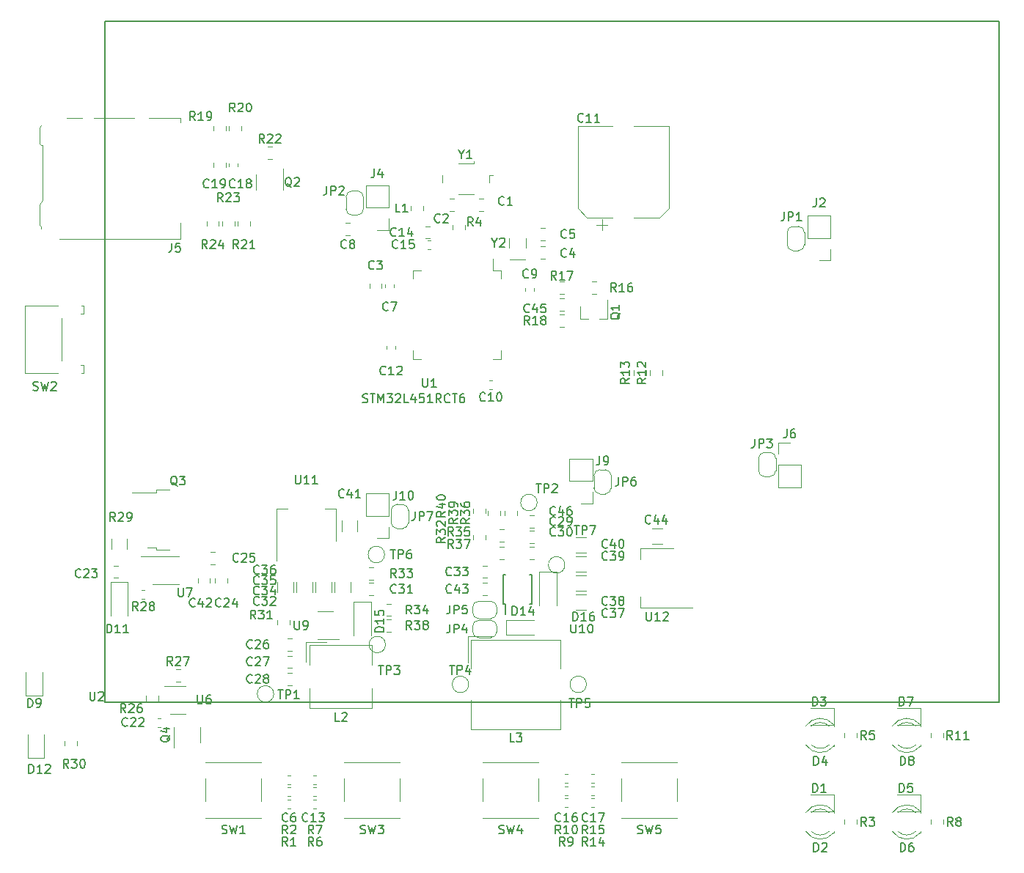
<source format=gbr>
G04 #@! TF.GenerationSoftware,KiCad,Pcbnew,(5.1.5)-3*
G04 #@! TF.CreationDate,2021-11-16T22:17:10+01:00*
G04 #@! TF.ProjectId,EnvSensor-v2,456e7653-656e-4736-9f72-2d76322e6b69,rev?*
G04 #@! TF.SameCoordinates,Original*
G04 #@! TF.FileFunction,Legend,Top*
G04 #@! TF.FilePolarity,Positive*
%FSLAX46Y46*%
G04 Gerber Fmt 4.6, Leading zero omitted, Abs format (unit mm)*
G04 Created by KiCad (PCBNEW (5.1.5)-3) date 2021-11-16 22:17:10*
%MOMM*%
%LPD*%
G04 APERTURE LIST*
%ADD10C,0.150000*%
%ADD11C,0.120000*%
G04 APERTURE END LIST*
D10*
X88919047Y-96204761D02*
X89061904Y-96252380D01*
X89300000Y-96252380D01*
X89395238Y-96204761D01*
X89442857Y-96157142D01*
X89490476Y-96061904D01*
X89490476Y-95966666D01*
X89442857Y-95871428D01*
X89395238Y-95823809D01*
X89300000Y-95776190D01*
X89109523Y-95728571D01*
X89014285Y-95680952D01*
X88966666Y-95633333D01*
X88919047Y-95538095D01*
X88919047Y-95442857D01*
X88966666Y-95347619D01*
X89014285Y-95300000D01*
X89109523Y-95252380D01*
X89347619Y-95252380D01*
X89490476Y-95300000D01*
X89776190Y-95252380D02*
X90347619Y-95252380D01*
X90061904Y-96252380D02*
X90061904Y-95252380D01*
X90680952Y-96252380D02*
X90680952Y-95252380D01*
X91014285Y-95966666D01*
X91347619Y-95252380D01*
X91347619Y-96252380D01*
X91728571Y-95252380D02*
X92347619Y-95252380D01*
X92014285Y-95633333D01*
X92157142Y-95633333D01*
X92252380Y-95680952D01*
X92300000Y-95728571D01*
X92347619Y-95823809D01*
X92347619Y-96061904D01*
X92300000Y-96157142D01*
X92252380Y-96204761D01*
X92157142Y-96252380D01*
X91871428Y-96252380D01*
X91776190Y-96204761D01*
X91728571Y-96157142D01*
X92728571Y-95347619D02*
X92776190Y-95300000D01*
X92871428Y-95252380D01*
X93109523Y-95252380D01*
X93204761Y-95300000D01*
X93252380Y-95347619D01*
X93300000Y-95442857D01*
X93300000Y-95538095D01*
X93252380Y-95680952D01*
X92680952Y-96252380D01*
X93300000Y-96252380D01*
X94204761Y-96252380D02*
X93728571Y-96252380D01*
X93728571Y-95252380D01*
X94966666Y-95585714D02*
X94966666Y-96252380D01*
X94728571Y-95204761D02*
X94490476Y-95919047D01*
X95109523Y-95919047D01*
X95966666Y-95252380D02*
X95490476Y-95252380D01*
X95442857Y-95728571D01*
X95490476Y-95680952D01*
X95585714Y-95633333D01*
X95823809Y-95633333D01*
X95919047Y-95680952D01*
X95966666Y-95728571D01*
X96014285Y-95823809D01*
X96014285Y-96061904D01*
X95966666Y-96157142D01*
X95919047Y-96204761D01*
X95823809Y-96252380D01*
X95585714Y-96252380D01*
X95490476Y-96204761D01*
X95442857Y-96157142D01*
X96966666Y-96252380D02*
X96395238Y-96252380D01*
X96680952Y-96252380D02*
X96680952Y-95252380D01*
X96585714Y-95395238D01*
X96490476Y-95490476D01*
X96395238Y-95538095D01*
X97966666Y-96252380D02*
X97633333Y-95776190D01*
X97395238Y-96252380D02*
X97395238Y-95252380D01*
X97776190Y-95252380D01*
X97871428Y-95300000D01*
X97919047Y-95347619D01*
X97966666Y-95442857D01*
X97966666Y-95585714D01*
X97919047Y-95680952D01*
X97871428Y-95728571D01*
X97776190Y-95776190D01*
X97395238Y-95776190D01*
X98966666Y-96157142D02*
X98919047Y-96204761D01*
X98776190Y-96252380D01*
X98680952Y-96252380D01*
X98538095Y-96204761D01*
X98442857Y-96109523D01*
X98395238Y-96014285D01*
X98347619Y-95823809D01*
X98347619Y-95680952D01*
X98395238Y-95490476D01*
X98442857Y-95395238D01*
X98538095Y-95300000D01*
X98680952Y-95252380D01*
X98776190Y-95252380D01*
X98919047Y-95300000D01*
X98966666Y-95347619D01*
X99252380Y-95252380D02*
X99823809Y-95252380D01*
X99538095Y-96252380D02*
X99538095Y-95252380D01*
X100585714Y-95252380D02*
X100395238Y-95252380D01*
X100300000Y-95300000D01*
X100252380Y-95347619D01*
X100157142Y-95490476D01*
X100109523Y-95680952D01*
X100109523Y-96061904D01*
X100157142Y-96157142D01*
X100204761Y-96204761D01*
X100300000Y-96252380D01*
X100490476Y-96252380D01*
X100585714Y-96204761D01*
X100633333Y-96157142D01*
X100680952Y-96061904D01*
X100680952Y-95823809D01*
X100633333Y-95728571D01*
X100585714Y-95680952D01*
X100490476Y-95633333D01*
X100300000Y-95633333D01*
X100204761Y-95680952D01*
X100157142Y-95728571D01*
X100109523Y-95823809D01*
D11*
X67885000Y-75475000D02*
X67885000Y-77395000D01*
X67885000Y-77395000D02*
X53875000Y-77395000D01*
X67885000Y-63875000D02*
X67885000Y-63425000D01*
X67885000Y-63425000D02*
X64275000Y-63425000D01*
X51615000Y-75715000D02*
X51615000Y-73405000D01*
X51615000Y-64455000D02*
X51615000Y-66315000D01*
X51615000Y-64455000D02*
X51815000Y-64255000D01*
X62575000Y-63425000D02*
X57875000Y-63425000D01*
X56575000Y-63425000D02*
X54775000Y-63425000D01*
X51965000Y-66525000D02*
X51965000Y-72895000D01*
X51965000Y-66525000D02*
X51815000Y-66525000D01*
X51615000Y-66315000D02*
X51815000Y-66525000D01*
X51615000Y-75715000D02*
X51815000Y-75915000D01*
X51815000Y-75915000D02*
X51815000Y-76175000D01*
X51615000Y-73405000D02*
X51965000Y-72895000D01*
X67090000Y-133720000D02*
X67090000Y-136150000D01*
X70160000Y-135480000D02*
X70160000Y-133720000D01*
X79710000Y-71680000D02*
X79710000Y-69250000D01*
X76640000Y-69920000D02*
X76640000Y-71680000D01*
X114020000Y-86560000D02*
X114020000Y-85100000D01*
X117180000Y-86560000D02*
X117180000Y-84400000D01*
X117180000Y-86560000D02*
X116250000Y-86560000D01*
X114020000Y-86560000D02*
X114950000Y-86560000D01*
X63762779Y-117890000D02*
X63437221Y-117890000D01*
X63762779Y-118910000D02*
X63437221Y-118910000D01*
X103110000Y-109058578D02*
X103110000Y-108541422D01*
X101690000Y-109058578D02*
X101690000Y-108541422D01*
X105500000Y-121350000D02*
X108650000Y-121350000D01*
X105500000Y-123050000D02*
X108650000Y-123050000D01*
X105500000Y-121350000D02*
X105500000Y-123050000D01*
X108141422Y-110710000D02*
X108658578Y-110710000D01*
X108141422Y-109290000D02*
X108658578Y-109290000D01*
X111641422Y-85610000D02*
X112158578Y-85610000D01*
X111641422Y-84190000D02*
X112158578Y-84190000D01*
X73110000Y-64858578D02*
X73110000Y-64341422D01*
X71690000Y-64858578D02*
X71690000Y-64341422D01*
X123502064Y-110790000D02*
X122297936Y-110790000D01*
X123502064Y-112610000D02*
X122297936Y-112610000D01*
X102300000Y-121400000D02*
X103700000Y-121400000D01*
X104400000Y-122100000D02*
X104400000Y-122700000D01*
X103700000Y-123400000D02*
X102300000Y-123400000D01*
X101600000Y-122700000D02*
X101600000Y-122100000D01*
X101600000Y-122100000D02*
G75*
G02X102300000Y-121400000I700000J0D01*
G01*
X102300000Y-123400000D02*
G75*
G02X101600000Y-122700000I0J700000D01*
G01*
X104400000Y-122700000D02*
G75*
G02X103700000Y-123400000I-700000J0D01*
G01*
X103700000Y-121400000D02*
G75*
G02X104400000Y-122100000I0J-700000D01*
G01*
X103960000Y-80990000D02*
X103960000Y-79650000D01*
X104910000Y-80990000D02*
X103960000Y-80990000D01*
X104910000Y-81940000D02*
X104910000Y-80990000D01*
X104910000Y-91210000D02*
X103960000Y-91210000D01*
X104910000Y-90260000D02*
X104910000Y-91210000D01*
X94690000Y-80990000D02*
X95640000Y-80990000D01*
X94690000Y-81940000D02*
X94690000Y-80990000D01*
X94690000Y-91210000D02*
X95640000Y-91210000D01*
X94690000Y-90260000D02*
X94690000Y-91210000D01*
D10*
X59200000Y-52200000D02*
X59200000Y-130900000D01*
X162400000Y-52200000D02*
X59200000Y-52200000D01*
X162400000Y-130900000D02*
X162400000Y-52200000D01*
X59200000Y-130900000D02*
X162400000Y-130900000D01*
D11*
X83237221Y-140310000D02*
X83562779Y-140310000D01*
X83237221Y-139290000D02*
X83562779Y-139290000D01*
X92710000Y-90062779D02*
X92710000Y-89737221D01*
X91690000Y-90062779D02*
X91690000Y-89737221D01*
X85690000Y-116997936D02*
X85690000Y-118202064D01*
X87510000Y-116997936D02*
X87510000Y-118202064D01*
X121610000Y-93058578D02*
X121610000Y-92541422D01*
X120190000Y-93058578D02*
X120190000Y-92541422D01*
X123510000Y-93058578D02*
X123510000Y-92541422D01*
X122090000Y-93058578D02*
X122090000Y-92541422D01*
X101050000Y-126250000D02*
X101050000Y-123250000D01*
X101050000Y-123250000D02*
X104050000Y-123250000D01*
X101430000Y-123630000D02*
X111770000Y-123630000D01*
X111770000Y-123630000D02*
X111770000Y-126950000D01*
X111770000Y-130650000D02*
X111770000Y-133970000D01*
X101430000Y-133970000D02*
X111770000Y-133970000D01*
X101430000Y-123630000D02*
X101430000Y-126950000D01*
X101430000Y-130650000D02*
X101430000Y-133970000D01*
X102741422Y-118510000D02*
X103258578Y-118510000D01*
X102741422Y-117090000D02*
X103258578Y-117090000D01*
X105900000Y-79750000D02*
X107700000Y-79750000D01*
X107750000Y-78350000D02*
X107750000Y-77250000D01*
X105850000Y-78350000D02*
X105850000Y-77250000D01*
X103950000Y-70000000D02*
X103550000Y-70000000D01*
X103550000Y-70000000D02*
X103550000Y-70800000D01*
X98150000Y-70800000D02*
X98150000Y-70000000D01*
X101750000Y-72200000D02*
X99950000Y-72200000D01*
X99950000Y-68600000D02*
X101750000Y-68600000D01*
X101750000Y-68600000D02*
X101750000Y-68360000D01*
X127000000Y-119910000D02*
X120990000Y-119910000D01*
X124750000Y-113090000D02*
X120990000Y-113090000D01*
X120990000Y-119910000D02*
X120990000Y-118650000D01*
X120990000Y-113090000D02*
X120990000Y-114350000D01*
X78990000Y-114500000D02*
X78990000Y-108490000D01*
X85810000Y-112250000D02*
X85810000Y-108490000D01*
X78990000Y-108490000D02*
X80250000Y-108490000D01*
X85810000Y-108490000D02*
X84550000Y-108490000D01*
D10*
X105350000Y-119475000D02*
X105350000Y-120700000D01*
X108475000Y-119475000D02*
X108475000Y-116125000D01*
X105125000Y-119475000D02*
X105125000Y-116125000D01*
X108475000Y-119475000D02*
X108175000Y-119475000D01*
X108475000Y-116125000D02*
X108175000Y-116125000D01*
X105125000Y-116125000D02*
X105425000Y-116125000D01*
X105125000Y-119475000D02*
X105350000Y-119475000D01*
D11*
X83700000Y-123610000D02*
X86150000Y-123610000D01*
X85500000Y-120390000D02*
X83700000Y-120390000D01*
X66200000Y-113990000D02*
X63275000Y-113990000D01*
X66200000Y-113990000D02*
X67700000Y-113990000D01*
X66200000Y-117210000D02*
X64700000Y-117210000D01*
X66200000Y-117210000D02*
X67700000Y-117210000D01*
X68500000Y-128990000D02*
X66050000Y-128990000D01*
X66700000Y-132210000D02*
X68500000Y-132210000D01*
X112250000Y-115000000D02*
G75*
G03X112250000Y-115000000I-950000J0D01*
G01*
X91450000Y-113800000D02*
G75*
G03X91450000Y-113800000I-950000J0D01*
G01*
X114750000Y-128800000D02*
G75*
G03X114750000Y-128800000I-950000J0D01*
G01*
X101150000Y-128800000D02*
G75*
G03X101150000Y-128800000I-950000J0D01*
G01*
X91550000Y-124200000D02*
G75*
G03X91550000Y-124200000I-950000J0D01*
G01*
X109050000Y-107800000D02*
G75*
G03X109050000Y-107800000I-950000J0D01*
G01*
X78650000Y-129900000D02*
G75*
G03X78650000Y-129900000I-950000J0D01*
G01*
X118770000Y-144230000D02*
X125230000Y-144230000D01*
X118770000Y-139700000D02*
X118770000Y-142300000D01*
X118770000Y-137770000D02*
X125230000Y-137770000D01*
X125230000Y-139700000D02*
X125230000Y-142300000D01*
X118770000Y-137800000D02*
X118770000Y-137770000D01*
X118770000Y-144230000D02*
X118770000Y-144200000D01*
X125230000Y-144230000D02*
X125230000Y-144200000D01*
X125230000Y-137770000D02*
X125230000Y-137800000D01*
X102770000Y-144230000D02*
X109230000Y-144230000D01*
X102770000Y-139700000D02*
X102770000Y-142300000D01*
X102770000Y-137770000D02*
X109230000Y-137770000D01*
X109230000Y-139700000D02*
X109230000Y-142300000D01*
X102770000Y-137800000D02*
X102770000Y-137770000D01*
X102770000Y-144230000D02*
X102770000Y-144200000D01*
X109230000Y-144230000D02*
X109230000Y-144200000D01*
X109230000Y-137770000D02*
X109230000Y-137800000D01*
X86770000Y-144230000D02*
X93230000Y-144230000D01*
X86770000Y-139700000D02*
X86770000Y-142300000D01*
X86770000Y-137770000D02*
X93230000Y-137770000D01*
X93230000Y-139700000D02*
X93230000Y-142300000D01*
X86770000Y-137800000D02*
X86770000Y-137770000D01*
X86770000Y-144230000D02*
X86770000Y-144200000D01*
X93230000Y-144230000D02*
X93230000Y-144200000D01*
X93230000Y-137770000D02*
X93230000Y-137800000D01*
X56420000Y-92820000D02*
X56720000Y-92820000D01*
X56720000Y-91930000D02*
X56370000Y-91930000D01*
X56720000Y-91930000D02*
X56720000Y-92820000D01*
X54170000Y-91440000D02*
X54170000Y-86460000D01*
X49930000Y-92820000D02*
X53780000Y-92820000D01*
X49930000Y-85080000D02*
X49930000Y-92820000D01*
X53780000Y-85080000D02*
X49930000Y-85080000D01*
X56420000Y-85080000D02*
X56720000Y-85080000D01*
X56720000Y-85080000D02*
X56720000Y-85970000D01*
X56720000Y-85970000D02*
X56370000Y-85970000D01*
X70770000Y-144230000D02*
X77230000Y-144230000D01*
X70770000Y-139700000D02*
X70770000Y-142300000D01*
X70770000Y-137770000D02*
X77230000Y-137770000D01*
X77230000Y-139700000D02*
X77230000Y-142300000D01*
X70770000Y-137800000D02*
X70770000Y-137770000D01*
X70770000Y-144230000D02*
X70770000Y-144200000D01*
X77230000Y-144230000D02*
X77230000Y-144200000D01*
X77230000Y-137770000D02*
X77230000Y-137800000D01*
X104810000Y-109258578D02*
X104810000Y-108741422D01*
X103390000Y-109258578D02*
X103390000Y-108741422D01*
X92158578Y-121290000D02*
X91641422Y-121290000D01*
X92158578Y-122710000D02*
X91641422Y-122710000D01*
X105258578Y-110890000D02*
X104741422Y-110890000D01*
X105258578Y-112310000D02*
X104741422Y-112310000D01*
X105290000Y-108741422D02*
X105290000Y-109258578D01*
X106710000Y-108741422D02*
X106710000Y-109258578D01*
X104741422Y-114310000D02*
X105258578Y-114310000D01*
X104741422Y-112890000D02*
X105258578Y-112890000D01*
X91641422Y-120910000D02*
X92158578Y-120910000D01*
X91641422Y-119490000D02*
X92158578Y-119490000D01*
X89641422Y-116710000D02*
X90158578Y-116710000D01*
X89641422Y-115290000D02*
X90158578Y-115290000D01*
X103110000Y-112058578D02*
X103110000Y-111541422D01*
X101690000Y-112058578D02*
X101690000Y-111541422D01*
X79090000Y-121341422D02*
X79090000Y-121858578D01*
X80510000Y-121341422D02*
X80510000Y-121858578D01*
X55910000Y-135858578D02*
X55910000Y-135341422D01*
X54490000Y-135858578D02*
X54490000Y-135341422D01*
X59890000Y-111997936D02*
X59890000Y-113202064D01*
X61710000Y-111997936D02*
X61710000Y-113202064D01*
X67341422Y-128510000D02*
X67858578Y-128510000D01*
X67341422Y-127090000D02*
X67858578Y-127090000D01*
X63890000Y-130141422D02*
X63890000Y-130658578D01*
X65310000Y-130141422D02*
X65310000Y-130658578D01*
X70890000Y-75341422D02*
X70890000Y-75858578D01*
X72310000Y-75341422D02*
X72310000Y-75858578D01*
X72690000Y-75341422D02*
X72690000Y-75858578D01*
X74110000Y-75341422D02*
X74110000Y-75858578D01*
X78458578Y-68110000D02*
X77941422Y-68110000D01*
X78458578Y-66690000D02*
X77941422Y-66690000D01*
X74490000Y-75341422D02*
X74490000Y-75858578D01*
X75910000Y-75341422D02*
X75910000Y-75858578D01*
X74910000Y-64858578D02*
X74910000Y-64341422D01*
X73490000Y-64858578D02*
X73490000Y-64341422D01*
X111641422Y-87510000D02*
X112158578Y-87510000D01*
X111641422Y-86090000D02*
X112158578Y-86090000D01*
X112158578Y-82290000D02*
X111641422Y-82290000D01*
X112158578Y-83710000D02*
X111641422Y-83710000D01*
X115858578Y-82290000D02*
X115341422Y-82290000D01*
X115858578Y-83710000D02*
X115341422Y-83710000D01*
X115337221Y-140590000D02*
X115662779Y-140590000D01*
X115337221Y-141610000D02*
X115662779Y-141610000D01*
X115337221Y-143010000D02*
X115662779Y-143010000D01*
X115337221Y-141990000D02*
X115662779Y-141990000D01*
X154490000Y-134441422D02*
X154490000Y-134958578D01*
X155910000Y-134441422D02*
X155910000Y-134958578D01*
X112562779Y-140590000D02*
X112237221Y-140590000D01*
X112562779Y-141610000D02*
X112237221Y-141610000D01*
X112562779Y-141990000D02*
X112237221Y-141990000D01*
X112562779Y-143010000D02*
X112237221Y-143010000D01*
X154490000Y-144441422D02*
X154490000Y-144958578D01*
X155910000Y-144441422D02*
X155910000Y-144958578D01*
X83237221Y-141710000D02*
X83562779Y-141710000D01*
X83237221Y-140690000D02*
X83562779Y-140690000D01*
X83237221Y-143110000D02*
X83562779Y-143110000D01*
X83237221Y-142090000D02*
X83562779Y-142090000D01*
X144490000Y-134441422D02*
X144490000Y-134958578D01*
X145910000Y-134441422D02*
X145910000Y-134958578D01*
X100710000Y-76258578D02*
X100710000Y-75741422D01*
X99290000Y-76258578D02*
X99290000Y-75741422D01*
X144490000Y-144441422D02*
X144490000Y-144958578D01*
X145910000Y-144441422D02*
X145910000Y-144958578D01*
X80562779Y-140690000D02*
X80237221Y-140690000D01*
X80562779Y-141710000D02*
X80237221Y-141710000D01*
X80562779Y-142090000D02*
X80237221Y-142090000D01*
X80562779Y-143110000D02*
X80237221Y-143110000D01*
X65130000Y-112980000D02*
X64030000Y-112980000D01*
X65130000Y-113250000D02*
X65130000Y-112980000D01*
X66630000Y-113250000D02*
X65130000Y-113250000D01*
X65130000Y-106620000D02*
X62300000Y-106620000D01*
X65130000Y-106350000D02*
X65130000Y-106620000D01*
X66630000Y-106350000D02*
X65130000Y-106350000D01*
X82400000Y-126233333D02*
X82400000Y-123900000D01*
X82400000Y-123900000D02*
X84733333Y-123900000D01*
X82780000Y-124280000D02*
X90020000Y-124280000D01*
X90020000Y-124280000D02*
X90020000Y-126550000D01*
X90020000Y-129250000D02*
X90020000Y-131520000D01*
X82780000Y-131520000D02*
X90020000Y-131520000D01*
X82780000Y-124280000D02*
X82780000Y-126550000D01*
X82780000Y-129250000D02*
X82780000Y-131520000D01*
X94490000Y-73541422D02*
X94490000Y-74058578D01*
X95910000Y-73541422D02*
X95910000Y-74058578D01*
X92200000Y-110100000D02*
X92200000Y-108700000D01*
X92900000Y-108000000D02*
X93500000Y-108000000D01*
X94200000Y-108700000D02*
X94200000Y-110100000D01*
X93500000Y-110800000D02*
X92900000Y-110800000D01*
X92900000Y-110800000D02*
G75*
G02X92200000Y-110100000I0J700000D01*
G01*
X94200000Y-110100000D02*
G75*
G02X93500000Y-110800000I-700000J0D01*
G01*
X93500000Y-108000000D02*
G75*
G02X94200000Y-108700000I0J-700000D01*
G01*
X92200000Y-108700000D02*
G75*
G02X92900000Y-108000000I700000J0D01*
G01*
X115600000Y-106100000D02*
X115600000Y-104700000D01*
X116300000Y-104000000D02*
X116900000Y-104000000D01*
X117600000Y-104700000D02*
X117600000Y-106100000D01*
X116900000Y-106800000D02*
X116300000Y-106800000D01*
X116300000Y-106800000D02*
G75*
G02X115600000Y-106100000I0J700000D01*
G01*
X117600000Y-106100000D02*
G75*
G02X116900000Y-106800000I-700000J0D01*
G01*
X116900000Y-104000000D02*
G75*
G02X117600000Y-104700000I0J-700000D01*
G01*
X115600000Y-104700000D02*
G75*
G02X116300000Y-104000000I700000J0D01*
G01*
X103700000Y-121200000D02*
X102300000Y-121200000D01*
X101600000Y-120500000D02*
X101600000Y-119900000D01*
X102300000Y-119200000D02*
X103700000Y-119200000D01*
X104400000Y-119900000D02*
X104400000Y-120500000D01*
X104400000Y-120500000D02*
G75*
G02X103700000Y-121200000I-700000J0D01*
G01*
X103700000Y-119200000D02*
G75*
G02X104400000Y-119900000I0J-700000D01*
G01*
X101600000Y-119900000D02*
G75*
G02X102300000Y-119200000I700000J0D01*
G01*
X102300000Y-121200000D02*
G75*
G02X101600000Y-120500000I0J700000D01*
G01*
X136600000Y-102700000D02*
X136600000Y-104100000D01*
X135900000Y-104800000D02*
X135300000Y-104800000D01*
X134600000Y-104100000D02*
X134600000Y-102700000D01*
X135300000Y-102000000D02*
X135900000Y-102000000D01*
X135900000Y-102000000D02*
G75*
G02X136600000Y-102700000I0J-700000D01*
G01*
X134600000Y-102700000D02*
G75*
G02X135300000Y-102000000I700000J0D01*
G01*
X135300000Y-104800000D02*
G75*
G02X134600000Y-104100000I0J700000D01*
G01*
X136600000Y-104100000D02*
G75*
G02X135900000Y-104800000I-700000J0D01*
G01*
X87000000Y-73900000D02*
X87000000Y-72500000D01*
X87700000Y-71800000D02*
X88300000Y-71800000D01*
X89000000Y-72500000D02*
X89000000Y-73900000D01*
X88300000Y-74600000D02*
X87700000Y-74600000D01*
X87700000Y-74600000D02*
G75*
G02X87000000Y-73900000I0J700000D01*
G01*
X89000000Y-73900000D02*
G75*
G02X88300000Y-74600000I-700000J0D01*
G01*
X88300000Y-71800000D02*
G75*
G02X89000000Y-72500000I0J-700000D01*
G01*
X87000000Y-72500000D02*
G75*
G02X87700000Y-71800000I700000J0D01*
G01*
X137900000Y-78000000D02*
X137900000Y-76600000D01*
X138600000Y-75900000D02*
X139200000Y-75900000D01*
X139900000Y-76600000D02*
X139900000Y-78000000D01*
X139200000Y-78700000D02*
X138600000Y-78700000D01*
X138600000Y-78700000D02*
G75*
G02X137900000Y-78000000I0J700000D01*
G01*
X139900000Y-78000000D02*
G75*
G02X139200000Y-78700000I-700000J0D01*
G01*
X139200000Y-75900000D02*
G75*
G02X139900000Y-76600000I0J-700000D01*
G01*
X137900000Y-76600000D02*
G75*
G02X138600000Y-75900000I700000J0D01*
G01*
X91930000Y-111930000D02*
X90600000Y-111930000D01*
X91930000Y-110600000D02*
X91930000Y-111930000D01*
X91930000Y-109330000D02*
X89270000Y-109330000D01*
X89270000Y-109330000D02*
X89270000Y-106730000D01*
X91930000Y-109330000D02*
X91930000Y-106730000D01*
X91930000Y-106730000D02*
X89270000Y-106730000D01*
X115430000Y-107930000D02*
X114100000Y-107930000D01*
X115430000Y-106600000D02*
X115430000Y-107930000D01*
X115430000Y-105330000D02*
X112770000Y-105330000D01*
X112770000Y-105330000D02*
X112770000Y-102730000D01*
X115430000Y-105330000D02*
X115430000Y-102730000D01*
X115430000Y-102730000D02*
X112770000Y-102730000D01*
X136870000Y-100870000D02*
X138200000Y-100870000D01*
X136870000Y-102200000D02*
X136870000Y-100870000D01*
X136870000Y-103470000D02*
X139530000Y-103470000D01*
X139530000Y-103470000D02*
X139530000Y-106070000D01*
X136870000Y-103470000D02*
X136870000Y-106070000D01*
X136870000Y-106070000D02*
X139530000Y-106070000D01*
X91930000Y-76330000D02*
X90600000Y-76330000D01*
X91930000Y-75000000D02*
X91930000Y-76330000D01*
X91930000Y-73730000D02*
X89270000Y-73730000D01*
X89270000Y-73730000D02*
X89270000Y-71130000D01*
X91930000Y-73730000D02*
X91930000Y-71130000D01*
X91930000Y-71130000D02*
X89270000Y-71130000D01*
X142930000Y-79830000D02*
X141600000Y-79830000D01*
X142930000Y-78500000D02*
X142930000Y-79830000D01*
X142930000Y-77230000D02*
X140270000Y-77230000D01*
X140270000Y-77230000D02*
X140270000Y-74630000D01*
X142930000Y-77230000D02*
X142930000Y-74630000D01*
X142930000Y-74630000D02*
X140270000Y-74630000D01*
X111300000Y-115750000D02*
X111300000Y-119650000D01*
X109300000Y-115750000D02*
X109300000Y-119650000D01*
X111300000Y-115750000D02*
X109300000Y-115750000D01*
X89900000Y-119250000D02*
X89900000Y-123150000D01*
X87900000Y-119250000D02*
X87900000Y-123150000D01*
X89900000Y-119250000D02*
X87900000Y-119250000D01*
X52160000Y-137285000D02*
X52160000Y-134600000D01*
X50240000Y-137285000D02*
X52160000Y-137285000D01*
X50240000Y-134600000D02*
X50240000Y-137285000D01*
X61800000Y-116950000D02*
X61800000Y-120850000D01*
X59800000Y-116950000D02*
X59800000Y-120850000D01*
X61800000Y-116950000D02*
X59800000Y-116950000D01*
X51960000Y-130085000D02*
X51960000Y-127400000D01*
X50040000Y-130085000D02*
X51960000Y-130085000D01*
X50040000Y-127400000D02*
X50040000Y-130085000D01*
X153290000Y-133620000D02*
X153290000Y-133464000D01*
X153290000Y-135936000D02*
X153290000Y-135780000D01*
X150688870Y-133620163D02*
G75*
G02X152770961Y-133620000I1041130J-1079837D01*
G01*
X150688870Y-135779837D02*
G75*
G03X152770961Y-135780000I1041130J1079837D01*
G01*
X150057665Y-133621392D02*
G75*
G02X153290000Y-133464484I1672335J-1078608D01*
G01*
X150057665Y-135778608D02*
G75*
G03X153290000Y-135935516I1672335J1078608D01*
G01*
X153285000Y-131540000D02*
X150600000Y-131540000D01*
X153285000Y-133460000D02*
X153285000Y-131540000D01*
X150600000Y-133460000D02*
X153285000Y-133460000D01*
X153290000Y-143620000D02*
X153290000Y-143464000D01*
X153290000Y-145936000D02*
X153290000Y-145780000D01*
X150688870Y-143620163D02*
G75*
G02X152770961Y-143620000I1041130J-1079837D01*
G01*
X150688870Y-145779837D02*
G75*
G03X152770961Y-145780000I1041130J1079837D01*
G01*
X150057665Y-143621392D02*
G75*
G02X153290000Y-143464484I1672335J-1078608D01*
G01*
X150057665Y-145778608D02*
G75*
G03X153290000Y-145935516I1672335J1078608D01*
G01*
X153285000Y-141540000D02*
X150600000Y-141540000D01*
X153285000Y-143460000D02*
X153285000Y-141540000D01*
X150600000Y-143460000D02*
X153285000Y-143460000D01*
X143290000Y-133620000D02*
X143290000Y-133464000D01*
X143290000Y-135936000D02*
X143290000Y-135780000D01*
X140688870Y-133620163D02*
G75*
G02X142770961Y-133620000I1041130J-1079837D01*
G01*
X140688870Y-135779837D02*
G75*
G03X142770961Y-135780000I1041130J1079837D01*
G01*
X140057665Y-133621392D02*
G75*
G02X143290000Y-133464484I1672335J-1078608D01*
G01*
X140057665Y-135778608D02*
G75*
G03X143290000Y-135935516I1672335J1078608D01*
G01*
X143285000Y-131540000D02*
X140600000Y-131540000D01*
X143285000Y-133460000D02*
X143285000Y-131540000D01*
X140600000Y-133460000D02*
X143285000Y-133460000D01*
X143290000Y-143620000D02*
X143290000Y-143464000D01*
X143290000Y-145936000D02*
X143290000Y-145780000D01*
X140688870Y-143620163D02*
G75*
G02X142770961Y-143620000I1041130J-1079837D01*
G01*
X140688870Y-145779837D02*
G75*
G03X142770961Y-145780000I1041130J1079837D01*
G01*
X140057665Y-143621392D02*
G75*
G02X143290000Y-143464484I1672335J-1078608D01*
G01*
X140057665Y-145778608D02*
G75*
G03X143290000Y-145935516I1672335J1078608D01*
G01*
X143285000Y-141540000D02*
X140600000Y-141540000D01*
X143285000Y-143460000D02*
X143285000Y-141540000D01*
X140600000Y-143460000D02*
X143285000Y-143460000D01*
X71310000Y-117058578D02*
X71310000Y-116541422D01*
X69890000Y-117058578D02*
X69890000Y-116541422D01*
X88310000Y-111102064D02*
X88310000Y-109897936D01*
X86490000Y-111102064D02*
X86490000Y-109897936D01*
X113497936Y-113610000D02*
X114702064Y-113610000D01*
X113497936Y-111790000D02*
X114702064Y-111790000D01*
X113497936Y-115810000D02*
X114702064Y-115810000D01*
X113497936Y-113990000D02*
X114702064Y-113990000D01*
X113497936Y-118010000D02*
X114702064Y-118010000D01*
X113497936Y-116190000D02*
X114702064Y-116190000D01*
X113497936Y-120210000D02*
X114702064Y-120210000D01*
X113497936Y-118390000D02*
X114702064Y-118390000D01*
X81290000Y-116997936D02*
X81290000Y-118202064D01*
X83110000Y-116997936D02*
X83110000Y-118202064D01*
X79090000Y-116997936D02*
X79090000Y-118202064D01*
X80910000Y-116997936D02*
X80910000Y-118202064D01*
X83490000Y-116997936D02*
X83490000Y-118202064D01*
X85310000Y-116997936D02*
X85310000Y-118202064D01*
X102741422Y-116510000D02*
X103258578Y-116510000D01*
X102741422Y-115090000D02*
X103258578Y-115090000D01*
X89641422Y-118510000D02*
X90158578Y-118510000D01*
X89641422Y-117090000D02*
X90158578Y-117090000D01*
X108141422Y-114310000D02*
X108658578Y-114310000D01*
X108141422Y-112890000D02*
X108658578Y-112890000D01*
X108141422Y-112510000D02*
X108658578Y-112510000D01*
X108141422Y-111090000D02*
X108658578Y-111090000D01*
X80758578Y-127490000D02*
X80241422Y-127490000D01*
X80758578Y-128910000D02*
X80241422Y-128910000D01*
X80758578Y-125490000D02*
X80241422Y-125490000D01*
X80758578Y-126910000D02*
X80241422Y-126910000D01*
X80758578Y-123490000D02*
X80241422Y-123490000D01*
X80758578Y-124910000D02*
X80241422Y-124910000D01*
X71341422Y-114910000D02*
X71858578Y-114910000D01*
X71341422Y-113490000D02*
X71858578Y-113490000D01*
X73310000Y-117058578D02*
X73310000Y-116541422D01*
X71890000Y-117058578D02*
X71890000Y-116541422D01*
X60658578Y-115090000D02*
X60141422Y-115090000D01*
X60658578Y-116510000D02*
X60141422Y-116510000D01*
X65237221Y-133710000D02*
X65562779Y-133710000D01*
X65237221Y-132690000D02*
X65562779Y-132690000D01*
X73110000Y-69058578D02*
X73110000Y-68541422D01*
X71690000Y-69058578D02*
X71690000Y-68541422D01*
X74510000Y-68962779D02*
X74510000Y-68637221D01*
X73490000Y-68962779D02*
X73490000Y-68637221D01*
X115337221Y-139190000D02*
X115662779Y-139190000D01*
X115337221Y-140210000D02*
X115662779Y-140210000D01*
X112562779Y-139190000D02*
X112237221Y-139190000D01*
X112562779Y-140210000D02*
X112237221Y-140210000D01*
X96437221Y-78510000D02*
X96762779Y-78510000D01*
X96437221Y-77490000D02*
X96762779Y-77490000D01*
X96141422Y-77310000D02*
X96658578Y-77310000D01*
X96141422Y-75890000D02*
X96658578Y-75890000D01*
X115915000Y-75725000D02*
X117165000Y-75725000D01*
X116540000Y-76350000D02*
X116540000Y-75100000D01*
X123195563Y-74860000D02*
X124260000Y-73795563D01*
X114804437Y-74860000D02*
X113740000Y-73795563D01*
X114804437Y-74860000D02*
X117790000Y-74860000D01*
X123195563Y-74860000D02*
X120210000Y-74860000D01*
X124260000Y-73795563D02*
X124260000Y-64340000D01*
X113740000Y-73795563D02*
X113740000Y-64340000D01*
X113740000Y-64340000D02*
X117790000Y-64340000D01*
X124260000Y-64340000D02*
X120210000Y-64340000D01*
X103862779Y-93690000D02*
X103537221Y-93690000D01*
X103862779Y-94710000D02*
X103537221Y-94710000D01*
X107690000Y-83037221D02*
X107690000Y-83362779D01*
X108710000Y-83037221D02*
X108710000Y-83362779D01*
X86941422Y-76910000D02*
X87458578Y-76910000D01*
X86941422Y-75490000D02*
X87458578Y-75490000D01*
X92510000Y-82962779D02*
X92510000Y-82637221D01*
X91490000Y-82962779D02*
X91490000Y-82637221D01*
X80562779Y-139290000D02*
X80237221Y-139290000D01*
X80562779Y-140310000D02*
X80237221Y-140310000D01*
X109441422Y-77510000D02*
X109958578Y-77510000D01*
X109441422Y-76090000D02*
X109958578Y-76090000D01*
X109441422Y-79610000D02*
X109958578Y-79610000D01*
X109441422Y-78190000D02*
X109958578Y-78190000D01*
X91110000Y-83058578D02*
X91110000Y-82541422D01*
X89690000Y-83058578D02*
X89690000Y-82541422D01*
X98941422Y-74110000D02*
X99458578Y-74110000D01*
X98941422Y-72690000D02*
X99458578Y-72690000D01*
X102341422Y-74110000D02*
X102858578Y-74110000D01*
X102341422Y-72690000D02*
X102858578Y-72690000D01*
D10*
X66866666Y-77852380D02*
X66866666Y-78566666D01*
X66819047Y-78709523D01*
X66723809Y-78804761D01*
X66580952Y-78852380D01*
X66485714Y-78852380D01*
X67819047Y-77852380D02*
X67342857Y-77852380D01*
X67295238Y-78328571D01*
X67342857Y-78280952D01*
X67438095Y-78233333D01*
X67676190Y-78233333D01*
X67771428Y-78280952D01*
X67819047Y-78328571D01*
X67866666Y-78423809D01*
X67866666Y-78661904D01*
X67819047Y-78757142D01*
X67771428Y-78804761D01*
X67676190Y-78852380D01*
X67438095Y-78852380D01*
X67342857Y-78804761D01*
X67295238Y-78757142D01*
X66697619Y-134695238D02*
X66650000Y-134790476D01*
X66554761Y-134885714D01*
X66411904Y-135028571D01*
X66364285Y-135123809D01*
X66364285Y-135219047D01*
X66602380Y-135171428D02*
X66554761Y-135266666D01*
X66459523Y-135361904D01*
X66269047Y-135409523D01*
X65935714Y-135409523D01*
X65745238Y-135361904D01*
X65650000Y-135266666D01*
X65602380Y-135171428D01*
X65602380Y-134980952D01*
X65650000Y-134885714D01*
X65745238Y-134790476D01*
X65935714Y-134742857D01*
X66269047Y-134742857D01*
X66459523Y-134790476D01*
X66554761Y-134885714D01*
X66602380Y-134980952D01*
X66602380Y-135171428D01*
X65935714Y-133885714D02*
X66602380Y-133885714D01*
X65554761Y-134123809D02*
X66269047Y-134361904D01*
X66269047Y-133742857D01*
X80704761Y-71347619D02*
X80609523Y-71300000D01*
X80514285Y-71204761D01*
X80371428Y-71061904D01*
X80276190Y-71014285D01*
X80180952Y-71014285D01*
X80228571Y-71252380D02*
X80133333Y-71204761D01*
X80038095Y-71109523D01*
X79990476Y-70919047D01*
X79990476Y-70585714D01*
X80038095Y-70395238D01*
X80133333Y-70300000D01*
X80228571Y-70252380D01*
X80419047Y-70252380D01*
X80514285Y-70300000D01*
X80609523Y-70395238D01*
X80657142Y-70585714D01*
X80657142Y-70919047D01*
X80609523Y-71109523D01*
X80514285Y-71204761D01*
X80419047Y-71252380D01*
X80228571Y-71252380D01*
X81038095Y-70347619D02*
X81085714Y-70300000D01*
X81180952Y-70252380D01*
X81419047Y-70252380D01*
X81514285Y-70300000D01*
X81561904Y-70347619D01*
X81609523Y-70442857D01*
X81609523Y-70538095D01*
X81561904Y-70680952D01*
X80990476Y-71252380D01*
X81609523Y-71252380D01*
X118647619Y-85895238D02*
X118600000Y-85990476D01*
X118504761Y-86085714D01*
X118361904Y-86228571D01*
X118314285Y-86323809D01*
X118314285Y-86419047D01*
X118552380Y-86371428D02*
X118504761Y-86466666D01*
X118409523Y-86561904D01*
X118219047Y-86609523D01*
X117885714Y-86609523D01*
X117695238Y-86561904D01*
X117600000Y-86466666D01*
X117552380Y-86371428D01*
X117552380Y-86180952D01*
X117600000Y-86085714D01*
X117695238Y-85990476D01*
X117885714Y-85942857D01*
X118219047Y-85942857D01*
X118409523Y-85990476D01*
X118504761Y-86085714D01*
X118552380Y-86180952D01*
X118552380Y-86371428D01*
X118552380Y-84990476D02*
X118552380Y-85561904D01*
X118552380Y-85276190D02*
X117552380Y-85276190D01*
X117695238Y-85371428D01*
X117790476Y-85466666D01*
X117838095Y-85561904D01*
X62957142Y-120282380D02*
X62623809Y-119806190D01*
X62385714Y-120282380D02*
X62385714Y-119282380D01*
X62766666Y-119282380D01*
X62861904Y-119330000D01*
X62909523Y-119377619D01*
X62957142Y-119472857D01*
X62957142Y-119615714D01*
X62909523Y-119710952D01*
X62861904Y-119758571D01*
X62766666Y-119806190D01*
X62385714Y-119806190D01*
X63338095Y-119377619D02*
X63385714Y-119330000D01*
X63480952Y-119282380D01*
X63719047Y-119282380D01*
X63814285Y-119330000D01*
X63861904Y-119377619D01*
X63909523Y-119472857D01*
X63909523Y-119568095D01*
X63861904Y-119710952D01*
X63290476Y-120282380D01*
X63909523Y-120282380D01*
X64480952Y-119710952D02*
X64385714Y-119663333D01*
X64338095Y-119615714D01*
X64290476Y-119520476D01*
X64290476Y-119472857D01*
X64338095Y-119377619D01*
X64385714Y-119330000D01*
X64480952Y-119282380D01*
X64671428Y-119282380D01*
X64766666Y-119330000D01*
X64814285Y-119377619D01*
X64861904Y-119472857D01*
X64861904Y-119520476D01*
X64814285Y-119615714D01*
X64766666Y-119663333D01*
X64671428Y-119710952D01*
X64480952Y-119710952D01*
X64385714Y-119758571D01*
X64338095Y-119806190D01*
X64290476Y-119901428D01*
X64290476Y-120091904D01*
X64338095Y-120187142D01*
X64385714Y-120234761D01*
X64480952Y-120282380D01*
X64671428Y-120282380D01*
X64766666Y-120234761D01*
X64814285Y-120187142D01*
X64861904Y-120091904D01*
X64861904Y-119901428D01*
X64814285Y-119806190D01*
X64766666Y-119758571D01*
X64671428Y-119710952D01*
X98452380Y-108842857D02*
X97976190Y-109176190D01*
X98452380Y-109414285D02*
X97452380Y-109414285D01*
X97452380Y-109033333D01*
X97500000Y-108938095D01*
X97547619Y-108890476D01*
X97642857Y-108842857D01*
X97785714Y-108842857D01*
X97880952Y-108890476D01*
X97928571Y-108938095D01*
X97976190Y-109033333D01*
X97976190Y-109414285D01*
X97785714Y-107985714D02*
X98452380Y-107985714D01*
X97404761Y-108223809D02*
X98119047Y-108461904D01*
X98119047Y-107842857D01*
X97452380Y-107271428D02*
X97452380Y-107176190D01*
X97500000Y-107080952D01*
X97547619Y-107033333D01*
X97642857Y-106985714D01*
X97833333Y-106938095D01*
X98071428Y-106938095D01*
X98261904Y-106985714D01*
X98357142Y-107033333D01*
X98404761Y-107080952D01*
X98452380Y-107176190D01*
X98452380Y-107271428D01*
X98404761Y-107366666D01*
X98357142Y-107414285D01*
X98261904Y-107461904D01*
X98071428Y-107509523D01*
X97833333Y-107509523D01*
X97642857Y-107461904D01*
X97547619Y-107414285D01*
X97500000Y-107366666D01*
X97452380Y-107271428D01*
X106185714Y-120802380D02*
X106185714Y-119802380D01*
X106423809Y-119802380D01*
X106566666Y-119850000D01*
X106661904Y-119945238D01*
X106709523Y-120040476D01*
X106757142Y-120230952D01*
X106757142Y-120373809D01*
X106709523Y-120564285D01*
X106661904Y-120659523D01*
X106566666Y-120754761D01*
X106423809Y-120802380D01*
X106185714Y-120802380D01*
X107709523Y-120802380D02*
X107138095Y-120802380D01*
X107423809Y-120802380D02*
X107423809Y-119802380D01*
X107328571Y-119945238D01*
X107233333Y-120040476D01*
X107138095Y-120088095D01*
X108566666Y-120135714D02*
X108566666Y-120802380D01*
X108328571Y-119754761D02*
X108090476Y-120469047D01*
X108709523Y-120469047D01*
X111157142Y-109157142D02*
X111109523Y-109204761D01*
X110966666Y-109252380D01*
X110871428Y-109252380D01*
X110728571Y-109204761D01*
X110633333Y-109109523D01*
X110585714Y-109014285D01*
X110538095Y-108823809D01*
X110538095Y-108680952D01*
X110585714Y-108490476D01*
X110633333Y-108395238D01*
X110728571Y-108300000D01*
X110871428Y-108252380D01*
X110966666Y-108252380D01*
X111109523Y-108300000D01*
X111157142Y-108347619D01*
X112014285Y-108585714D02*
X112014285Y-109252380D01*
X111776190Y-108204761D02*
X111538095Y-108919047D01*
X112157142Y-108919047D01*
X112966666Y-108252380D02*
X112776190Y-108252380D01*
X112680952Y-108300000D01*
X112633333Y-108347619D01*
X112538095Y-108490476D01*
X112490476Y-108680952D01*
X112490476Y-109061904D01*
X112538095Y-109157142D01*
X112585714Y-109204761D01*
X112680952Y-109252380D01*
X112871428Y-109252380D01*
X112966666Y-109204761D01*
X113014285Y-109157142D01*
X113061904Y-109061904D01*
X113061904Y-108823809D01*
X113014285Y-108728571D01*
X112966666Y-108680952D01*
X112871428Y-108633333D01*
X112680952Y-108633333D01*
X112585714Y-108680952D01*
X112538095Y-108728571D01*
X112490476Y-108823809D01*
X108157142Y-85757142D02*
X108109523Y-85804761D01*
X107966666Y-85852380D01*
X107871428Y-85852380D01*
X107728571Y-85804761D01*
X107633333Y-85709523D01*
X107585714Y-85614285D01*
X107538095Y-85423809D01*
X107538095Y-85280952D01*
X107585714Y-85090476D01*
X107633333Y-84995238D01*
X107728571Y-84900000D01*
X107871428Y-84852380D01*
X107966666Y-84852380D01*
X108109523Y-84900000D01*
X108157142Y-84947619D01*
X109014285Y-85185714D02*
X109014285Y-85852380D01*
X108776190Y-84804761D02*
X108538095Y-85519047D01*
X109157142Y-85519047D01*
X110014285Y-84852380D02*
X109538095Y-84852380D01*
X109490476Y-85328571D01*
X109538095Y-85280952D01*
X109633333Y-85233333D01*
X109871428Y-85233333D01*
X109966666Y-85280952D01*
X110014285Y-85328571D01*
X110061904Y-85423809D01*
X110061904Y-85661904D01*
X110014285Y-85757142D01*
X109966666Y-85804761D01*
X109871428Y-85852380D01*
X109633333Y-85852380D01*
X109538095Y-85804761D01*
X109490476Y-85757142D01*
X69557142Y-63652380D02*
X69223809Y-63176190D01*
X68985714Y-63652380D02*
X68985714Y-62652380D01*
X69366666Y-62652380D01*
X69461904Y-62700000D01*
X69509523Y-62747619D01*
X69557142Y-62842857D01*
X69557142Y-62985714D01*
X69509523Y-63080952D01*
X69461904Y-63128571D01*
X69366666Y-63176190D01*
X68985714Y-63176190D01*
X70509523Y-63652380D02*
X69938095Y-63652380D01*
X70223809Y-63652380D02*
X70223809Y-62652380D01*
X70128571Y-62795238D01*
X70033333Y-62890476D01*
X69938095Y-62938095D01*
X70985714Y-63652380D02*
X71176190Y-63652380D01*
X71271428Y-63604761D01*
X71319047Y-63557142D01*
X71414285Y-63414285D01*
X71461904Y-63223809D01*
X71461904Y-62842857D01*
X71414285Y-62747619D01*
X71366666Y-62700000D01*
X71271428Y-62652380D01*
X71080952Y-62652380D01*
X70985714Y-62700000D01*
X70938095Y-62747619D01*
X70890476Y-62842857D01*
X70890476Y-63080952D01*
X70938095Y-63176190D01*
X70985714Y-63223809D01*
X71080952Y-63271428D01*
X71271428Y-63271428D01*
X71366666Y-63223809D01*
X71414285Y-63176190D01*
X71461904Y-63080952D01*
X122157142Y-110157142D02*
X122109523Y-110204761D01*
X121966666Y-110252380D01*
X121871428Y-110252380D01*
X121728571Y-110204761D01*
X121633333Y-110109523D01*
X121585714Y-110014285D01*
X121538095Y-109823809D01*
X121538095Y-109680952D01*
X121585714Y-109490476D01*
X121633333Y-109395238D01*
X121728571Y-109300000D01*
X121871428Y-109252380D01*
X121966666Y-109252380D01*
X122109523Y-109300000D01*
X122157142Y-109347619D01*
X123014285Y-109585714D02*
X123014285Y-110252380D01*
X122776190Y-109204761D02*
X122538095Y-109919047D01*
X123157142Y-109919047D01*
X123966666Y-109585714D02*
X123966666Y-110252380D01*
X123728571Y-109204761D02*
X123490476Y-109919047D01*
X124109523Y-109919047D01*
X98966666Y-121852380D02*
X98966666Y-122566666D01*
X98919047Y-122709523D01*
X98823809Y-122804761D01*
X98680952Y-122852380D01*
X98585714Y-122852380D01*
X99442857Y-122852380D02*
X99442857Y-121852380D01*
X99823809Y-121852380D01*
X99919047Y-121900000D01*
X99966666Y-121947619D01*
X100014285Y-122042857D01*
X100014285Y-122185714D01*
X99966666Y-122280952D01*
X99919047Y-122328571D01*
X99823809Y-122376190D01*
X99442857Y-122376190D01*
X100871428Y-122185714D02*
X100871428Y-122852380D01*
X100633333Y-121804761D02*
X100395238Y-122519047D01*
X101014285Y-122519047D01*
X95838095Y-93452380D02*
X95838095Y-94261904D01*
X95885714Y-94357142D01*
X95933333Y-94404761D01*
X96028571Y-94452380D01*
X96219047Y-94452380D01*
X96314285Y-94404761D01*
X96361904Y-94357142D01*
X96409523Y-94261904D01*
X96409523Y-93452380D01*
X97409523Y-94452380D02*
X96838095Y-94452380D01*
X97123809Y-94452380D02*
X97123809Y-93452380D01*
X97028571Y-93595238D01*
X96933333Y-93690476D01*
X96838095Y-93738095D01*
X57438095Y-129652380D02*
X57438095Y-130461904D01*
X57485714Y-130557142D01*
X57533333Y-130604761D01*
X57628571Y-130652380D01*
X57819047Y-130652380D01*
X57914285Y-130604761D01*
X57961904Y-130557142D01*
X58009523Y-130461904D01*
X58009523Y-129652380D01*
X58438095Y-129747619D02*
X58485714Y-129700000D01*
X58580952Y-129652380D01*
X58819047Y-129652380D01*
X58914285Y-129700000D01*
X58961904Y-129747619D01*
X59009523Y-129842857D01*
X59009523Y-129938095D01*
X58961904Y-130080952D01*
X58390476Y-130652380D01*
X59009523Y-130652380D01*
X82557142Y-144557142D02*
X82509523Y-144604761D01*
X82366666Y-144652380D01*
X82271428Y-144652380D01*
X82128571Y-144604761D01*
X82033333Y-144509523D01*
X81985714Y-144414285D01*
X81938095Y-144223809D01*
X81938095Y-144080952D01*
X81985714Y-143890476D01*
X82033333Y-143795238D01*
X82128571Y-143700000D01*
X82271428Y-143652380D01*
X82366666Y-143652380D01*
X82509523Y-143700000D01*
X82557142Y-143747619D01*
X83509523Y-144652380D02*
X82938095Y-144652380D01*
X83223809Y-144652380D02*
X83223809Y-143652380D01*
X83128571Y-143795238D01*
X83033333Y-143890476D01*
X82938095Y-143938095D01*
X83842857Y-143652380D02*
X84461904Y-143652380D01*
X84128571Y-144033333D01*
X84271428Y-144033333D01*
X84366666Y-144080952D01*
X84414285Y-144128571D01*
X84461904Y-144223809D01*
X84461904Y-144461904D01*
X84414285Y-144557142D01*
X84366666Y-144604761D01*
X84271428Y-144652380D01*
X83985714Y-144652380D01*
X83890476Y-144604761D01*
X83842857Y-144557142D01*
X91557142Y-92957142D02*
X91509523Y-93004761D01*
X91366666Y-93052380D01*
X91271428Y-93052380D01*
X91128571Y-93004761D01*
X91033333Y-92909523D01*
X90985714Y-92814285D01*
X90938095Y-92623809D01*
X90938095Y-92480952D01*
X90985714Y-92290476D01*
X91033333Y-92195238D01*
X91128571Y-92100000D01*
X91271428Y-92052380D01*
X91366666Y-92052380D01*
X91509523Y-92100000D01*
X91557142Y-92147619D01*
X92509523Y-93052380D02*
X91938095Y-93052380D01*
X92223809Y-93052380D02*
X92223809Y-92052380D01*
X92128571Y-92195238D01*
X92033333Y-92290476D01*
X91938095Y-92338095D01*
X92890476Y-92147619D02*
X92938095Y-92100000D01*
X93033333Y-92052380D01*
X93271428Y-92052380D01*
X93366666Y-92100000D01*
X93414285Y-92147619D01*
X93461904Y-92242857D01*
X93461904Y-92338095D01*
X93414285Y-92480952D01*
X92842857Y-93052380D01*
X93461904Y-93052380D01*
X76957142Y-119557142D02*
X76909523Y-119604761D01*
X76766666Y-119652380D01*
X76671428Y-119652380D01*
X76528571Y-119604761D01*
X76433333Y-119509523D01*
X76385714Y-119414285D01*
X76338095Y-119223809D01*
X76338095Y-119080952D01*
X76385714Y-118890476D01*
X76433333Y-118795238D01*
X76528571Y-118700000D01*
X76671428Y-118652380D01*
X76766666Y-118652380D01*
X76909523Y-118700000D01*
X76957142Y-118747619D01*
X77290476Y-118652380D02*
X77909523Y-118652380D01*
X77576190Y-119033333D01*
X77719047Y-119033333D01*
X77814285Y-119080952D01*
X77861904Y-119128571D01*
X77909523Y-119223809D01*
X77909523Y-119461904D01*
X77861904Y-119557142D01*
X77814285Y-119604761D01*
X77719047Y-119652380D01*
X77433333Y-119652380D01*
X77338095Y-119604761D01*
X77290476Y-119557142D01*
X78290476Y-118747619D02*
X78338095Y-118700000D01*
X78433333Y-118652380D01*
X78671428Y-118652380D01*
X78766666Y-118700000D01*
X78814285Y-118747619D01*
X78861904Y-118842857D01*
X78861904Y-118938095D01*
X78814285Y-119080952D01*
X78242857Y-119652380D01*
X78861904Y-119652380D01*
X119702380Y-93442857D02*
X119226190Y-93776190D01*
X119702380Y-94014285D02*
X118702380Y-94014285D01*
X118702380Y-93633333D01*
X118750000Y-93538095D01*
X118797619Y-93490476D01*
X118892857Y-93442857D01*
X119035714Y-93442857D01*
X119130952Y-93490476D01*
X119178571Y-93538095D01*
X119226190Y-93633333D01*
X119226190Y-94014285D01*
X119702380Y-92490476D02*
X119702380Y-93061904D01*
X119702380Y-92776190D02*
X118702380Y-92776190D01*
X118845238Y-92871428D01*
X118940476Y-92966666D01*
X118988095Y-93061904D01*
X118702380Y-92157142D02*
X118702380Y-91538095D01*
X119083333Y-91871428D01*
X119083333Y-91728571D01*
X119130952Y-91633333D01*
X119178571Y-91585714D01*
X119273809Y-91538095D01*
X119511904Y-91538095D01*
X119607142Y-91585714D01*
X119654761Y-91633333D01*
X119702380Y-91728571D01*
X119702380Y-92014285D01*
X119654761Y-92109523D01*
X119607142Y-92157142D01*
X121602380Y-93442857D02*
X121126190Y-93776190D01*
X121602380Y-94014285D02*
X120602380Y-94014285D01*
X120602380Y-93633333D01*
X120650000Y-93538095D01*
X120697619Y-93490476D01*
X120792857Y-93442857D01*
X120935714Y-93442857D01*
X121030952Y-93490476D01*
X121078571Y-93538095D01*
X121126190Y-93633333D01*
X121126190Y-94014285D01*
X121602380Y-92490476D02*
X121602380Y-93061904D01*
X121602380Y-92776190D02*
X120602380Y-92776190D01*
X120745238Y-92871428D01*
X120840476Y-92966666D01*
X120888095Y-93061904D01*
X120697619Y-92109523D02*
X120650000Y-92061904D01*
X120602380Y-91966666D01*
X120602380Y-91728571D01*
X120650000Y-91633333D01*
X120697619Y-91585714D01*
X120792857Y-91538095D01*
X120888095Y-91538095D01*
X121030952Y-91585714D01*
X121602380Y-92157142D01*
X121602380Y-91538095D01*
X106433333Y-135452380D02*
X105957142Y-135452380D01*
X105957142Y-134452380D01*
X106671428Y-134452380D02*
X107290476Y-134452380D01*
X106957142Y-134833333D01*
X107100000Y-134833333D01*
X107195238Y-134880952D01*
X107242857Y-134928571D01*
X107290476Y-135023809D01*
X107290476Y-135261904D01*
X107242857Y-135357142D01*
X107195238Y-135404761D01*
X107100000Y-135452380D01*
X106814285Y-135452380D01*
X106719047Y-135404761D01*
X106671428Y-135357142D01*
X99157142Y-118157142D02*
X99109523Y-118204761D01*
X98966666Y-118252380D01*
X98871428Y-118252380D01*
X98728571Y-118204761D01*
X98633333Y-118109523D01*
X98585714Y-118014285D01*
X98538095Y-117823809D01*
X98538095Y-117680952D01*
X98585714Y-117490476D01*
X98633333Y-117395238D01*
X98728571Y-117300000D01*
X98871428Y-117252380D01*
X98966666Y-117252380D01*
X99109523Y-117300000D01*
X99157142Y-117347619D01*
X100014285Y-117585714D02*
X100014285Y-118252380D01*
X99776190Y-117204761D02*
X99538095Y-117919047D01*
X100157142Y-117919047D01*
X100442857Y-117252380D02*
X101061904Y-117252380D01*
X100728571Y-117633333D01*
X100871428Y-117633333D01*
X100966666Y-117680952D01*
X101014285Y-117728571D01*
X101061904Y-117823809D01*
X101061904Y-118061904D01*
X101014285Y-118157142D01*
X100966666Y-118204761D01*
X100871428Y-118252380D01*
X100585714Y-118252380D01*
X100490476Y-118204761D01*
X100442857Y-118157142D01*
X104123809Y-77776190D02*
X104123809Y-78252380D01*
X103790476Y-77252380D02*
X104123809Y-77776190D01*
X104457142Y-77252380D01*
X104742857Y-77347619D02*
X104790476Y-77300000D01*
X104885714Y-77252380D01*
X105123809Y-77252380D01*
X105219047Y-77300000D01*
X105266666Y-77347619D01*
X105314285Y-77442857D01*
X105314285Y-77538095D01*
X105266666Y-77680952D01*
X104695238Y-78252380D01*
X105314285Y-78252380D01*
X100323809Y-67576190D02*
X100323809Y-68052380D01*
X99990476Y-67052380D02*
X100323809Y-67576190D01*
X100657142Y-67052380D01*
X101514285Y-68052380D02*
X100942857Y-68052380D01*
X101228571Y-68052380D02*
X101228571Y-67052380D01*
X101133333Y-67195238D01*
X101038095Y-67290476D01*
X100942857Y-67338095D01*
X121661904Y-120452380D02*
X121661904Y-121261904D01*
X121709523Y-121357142D01*
X121757142Y-121404761D01*
X121852380Y-121452380D01*
X122042857Y-121452380D01*
X122138095Y-121404761D01*
X122185714Y-121357142D01*
X122233333Y-121261904D01*
X122233333Y-120452380D01*
X123233333Y-121452380D02*
X122661904Y-121452380D01*
X122947619Y-121452380D02*
X122947619Y-120452380D01*
X122852380Y-120595238D01*
X122757142Y-120690476D01*
X122661904Y-120738095D01*
X123614285Y-120547619D02*
X123661904Y-120500000D01*
X123757142Y-120452380D01*
X123995238Y-120452380D01*
X124090476Y-120500000D01*
X124138095Y-120547619D01*
X124185714Y-120642857D01*
X124185714Y-120738095D01*
X124138095Y-120880952D01*
X123566666Y-121452380D01*
X124185714Y-121452380D01*
X81161904Y-104652380D02*
X81161904Y-105461904D01*
X81209523Y-105557142D01*
X81257142Y-105604761D01*
X81352380Y-105652380D01*
X81542857Y-105652380D01*
X81638095Y-105604761D01*
X81685714Y-105557142D01*
X81733333Y-105461904D01*
X81733333Y-104652380D01*
X82733333Y-105652380D02*
X82161904Y-105652380D01*
X82447619Y-105652380D02*
X82447619Y-104652380D01*
X82352380Y-104795238D01*
X82257142Y-104890476D01*
X82161904Y-104938095D01*
X83685714Y-105652380D02*
X83114285Y-105652380D01*
X83400000Y-105652380D02*
X83400000Y-104652380D01*
X83304761Y-104795238D01*
X83209523Y-104890476D01*
X83114285Y-104938095D01*
X112961904Y-121852380D02*
X112961904Y-122661904D01*
X113009523Y-122757142D01*
X113057142Y-122804761D01*
X113152380Y-122852380D01*
X113342857Y-122852380D01*
X113438095Y-122804761D01*
X113485714Y-122757142D01*
X113533333Y-122661904D01*
X113533333Y-121852380D01*
X114533333Y-122852380D02*
X113961904Y-122852380D01*
X114247619Y-122852380D02*
X114247619Y-121852380D01*
X114152380Y-121995238D01*
X114057142Y-122090476D01*
X113961904Y-122138095D01*
X115152380Y-121852380D02*
X115247619Y-121852380D01*
X115342857Y-121900000D01*
X115390476Y-121947619D01*
X115438095Y-122042857D01*
X115485714Y-122233333D01*
X115485714Y-122471428D01*
X115438095Y-122661904D01*
X115390476Y-122757142D01*
X115342857Y-122804761D01*
X115247619Y-122852380D01*
X115152380Y-122852380D01*
X115057142Y-122804761D01*
X115009523Y-122757142D01*
X114961904Y-122661904D01*
X114914285Y-122471428D01*
X114914285Y-122233333D01*
X114961904Y-122042857D01*
X115009523Y-121947619D01*
X115057142Y-121900000D01*
X115152380Y-121852380D01*
X81038095Y-121452380D02*
X81038095Y-122261904D01*
X81085714Y-122357142D01*
X81133333Y-122404761D01*
X81228571Y-122452380D01*
X81419047Y-122452380D01*
X81514285Y-122404761D01*
X81561904Y-122357142D01*
X81609523Y-122261904D01*
X81609523Y-121452380D01*
X82133333Y-122452380D02*
X82323809Y-122452380D01*
X82419047Y-122404761D01*
X82466666Y-122357142D01*
X82561904Y-122214285D01*
X82609523Y-122023809D01*
X82609523Y-121642857D01*
X82561904Y-121547619D01*
X82514285Y-121500000D01*
X82419047Y-121452380D01*
X82228571Y-121452380D01*
X82133333Y-121500000D01*
X82085714Y-121547619D01*
X82038095Y-121642857D01*
X82038095Y-121880952D01*
X82085714Y-121976190D01*
X82133333Y-122023809D01*
X82228571Y-122071428D01*
X82419047Y-122071428D01*
X82514285Y-122023809D01*
X82561904Y-121976190D01*
X82609523Y-121880952D01*
X67638095Y-117652380D02*
X67638095Y-118461904D01*
X67685714Y-118557142D01*
X67733333Y-118604761D01*
X67828571Y-118652380D01*
X68019047Y-118652380D01*
X68114285Y-118604761D01*
X68161904Y-118557142D01*
X68209523Y-118461904D01*
X68209523Y-117652380D01*
X68590476Y-117652380D02*
X69257142Y-117652380D01*
X68828571Y-118652380D01*
X69838095Y-130052380D02*
X69838095Y-130861904D01*
X69885714Y-130957142D01*
X69933333Y-131004761D01*
X70028571Y-131052380D01*
X70219047Y-131052380D01*
X70314285Y-131004761D01*
X70361904Y-130957142D01*
X70409523Y-130861904D01*
X70409523Y-130052380D01*
X71314285Y-130052380D02*
X71123809Y-130052380D01*
X71028571Y-130100000D01*
X70980952Y-130147619D01*
X70885714Y-130290476D01*
X70838095Y-130480952D01*
X70838095Y-130861904D01*
X70885714Y-130957142D01*
X70933333Y-131004761D01*
X71028571Y-131052380D01*
X71219047Y-131052380D01*
X71314285Y-131004761D01*
X71361904Y-130957142D01*
X71409523Y-130861904D01*
X71409523Y-130623809D01*
X71361904Y-130528571D01*
X71314285Y-130480952D01*
X71219047Y-130433333D01*
X71028571Y-130433333D01*
X70933333Y-130480952D01*
X70885714Y-130528571D01*
X70838095Y-130623809D01*
X113338095Y-110452380D02*
X113909523Y-110452380D01*
X113623809Y-111452380D02*
X113623809Y-110452380D01*
X114242857Y-111452380D02*
X114242857Y-110452380D01*
X114623809Y-110452380D01*
X114719047Y-110500000D01*
X114766666Y-110547619D01*
X114814285Y-110642857D01*
X114814285Y-110785714D01*
X114766666Y-110880952D01*
X114719047Y-110928571D01*
X114623809Y-110976190D01*
X114242857Y-110976190D01*
X115147619Y-110452380D02*
X115814285Y-110452380D01*
X115385714Y-111452380D01*
X92138095Y-113252380D02*
X92709523Y-113252380D01*
X92423809Y-114252380D02*
X92423809Y-113252380D01*
X93042857Y-114252380D02*
X93042857Y-113252380D01*
X93423809Y-113252380D01*
X93519047Y-113300000D01*
X93566666Y-113347619D01*
X93614285Y-113442857D01*
X93614285Y-113585714D01*
X93566666Y-113680952D01*
X93519047Y-113728571D01*
X93423809Y-113776190D01*
X93042857Y-113776190D01*
X94471428Y-113252380D02*
X94280952Y-113252380D01*
X94185714Y-113300000D01*
X94138095Y-113347619D01*
X94042857Y-113490476D01*
X93995238Y-113680952D01*
X93995238Y-114061904D01*
X94042857Y-114157142D01*
X94090476Y-114204761D01*
X94185714Y-114252380D01*
X94376190Y-114252380D01*
X94471428Y-114204761D01*
X94519047Y-114157142D01*
X94566666Y-114061904D01*
X94566666Y-113823809D01*
X94519047Y-113728571D01*
X94471428Y-113680952D01*
X94376190Y-113633333D01*
X94185714Y-113633333D01*
X94090476Y-113680952D01*
X94042857Y-113728571D01*
X93995238Y-113823809D01*
X112738095Y-130452380D02*
X113309523Y-130452380D01*
X113023809Y-131452380D02*
X113023809Y-130452380D01*
X113642857Y-131452380D02*
X113642857Y-130452380D01*
X114023809Y-130452380D01*
X114119047Y-130500000D01*
X114166666Y-130547619D01*
X114214285Y-130642857D01*
X114214285Y-130785714D01*
X114166666Y-130880952D01*
X114119047Y-130928571D01*
X114023809Y-130976190D01*
X113642857Y-130976190D01*
X115119047Y-130452380D02*
X114642857Y-130452380D01*
X114595238Y-130928571D01*
X114642857Y-130880952D01*
X114738095Y-130833333D01*
X114976190Y-130833333D01*
X115071428Y-130880952D01*
X115119047Y-130928571D01*
X115166666Y-131023809D01*
X115166666Y-131261904D01*
X115119047Y-131357142D01*
X115071428Y-131404761D01*
X114976190Y-131452380D01*
X114738095Y-131452380D01*
X114642857Y-131404761D01*
X114595238Y-131357142D01*
X98938095Y-126604380D02*
X99509523Y-126604380D01*
X99223809Y-127604380D02*
X99223809Y-126604380D01*
X99842857Y-127604380D02*
X99842857Y-126604380D01*
X100223809Y-126604380D01*
X100319047Y-126652000D01*
X100366666Y-126699619D01*
X100414285Y-126794857D01*
X100414285Y-126937714D01*
X100366666Y-127032952D01*
X100319047Y-127080571D01*
X100223809Y-127128190D01*
X99842857Y-127128190D01*
X101271428Y-126937714D02*
X101271428Y-127604380D01*
X101033333Y-126556761D02*
X100795238Y-127271047D01*
X101414285Y-127271047D01*
X90738095Y-126652380D02*
X91309523Y-126652380D01*
X91023809Y-127652380D02*
X91023809Y-126652380D01*
X91642857Y-127652380D02*
X91642857Y-126652380D01*
X92023809Y-126652380D01*
X92119047Y-126700000D01*
X92166666Y-126747619D01*
X92214285Y-126842857D01*
X92214285Y-126985714D01*
X92166666Y-127080952D01*
X92119047Y-127128571D01*
X92023809Y-127176190D01*
X91642857Y-127176190D01*
X92547619Y-126652380D02*
X93166666Y-126652380D01*
X92833333Y-127033333D01*
X92976190Y-127033333D01*
X93071428Y-127080952D01*
X93119047Y-127128571D01*
X93166666Y-127223809D01*
X93166666Y-127461904D01*
X93119047Y-127557142D01*
X93071428Y-127604761D01*
X92976190Y-127652380D01*
X92690476Y-127652380D01*
X92595238Y-127604761D01*
X92547619Y-127557142D01*
X108938095Y-105652380D02*
X109509523Y-105652380D01*
X109223809Y-106652380D02*
X109223809Y-105652380D01*
X109842857Y-106652380D02*
X109842857Y-105652380D01*
X110223809Y-105652380D01*
X110319047Y-105700000D01*
X110366666Y-105747619D01*
X110414285Y-105842857D01*
X110414285Y-105985714D01*
X110366666Y-106080952D01*
X110319047Y-106128571D01*
X110223809Y-106176190D01*
X109842857Y-106176190D01*
X110795238Y-105747619D02*
X110842857Y-105700000D01*
X110938095Y-105652380D01*
X111176190Y-105652380D01*
X111271428Y-105700000D01*
X111319047Y-105747619D01*
X111366666Y-105842857D01*
X111366666Y-105938095D01*
X111319047Y-106080952D01*
X110747619Y-106652380D01*
X111366666Y-106652380D01*
X79138095Y-129452380D02*
X79709523Y-129452380D01*
X79423809Y-130452380D02*
X79423809Y-129452380D01*
X80042857Y-130452380D02*
X80042857Y-129452380D01*
X80423809Y-129452380D01*
X80519047Y-129500000D01*
X80566666Y-129547619D01*
X80614285Y-129642857D01*
X80614285Y-129785714D01*
X80566666Y-129880952D01*
X80519047Y-129928571D01*
X80423809Y-129976190D01*
X80042857Y-129976190D01*
X81566666Y-130452380D02*
X80995238Y-130452380D01*
X81280952Y-130452380D02*
X81280952Y-129452380D01*
X81185714Y-129595238D01*
X81090476Y-129690476D01*
X80995238Y-129738095D01*
X120666666Y-146004761D02*
X120809523Y-146052380D01*
X121047619Y-146052380D01*
X121142857Y-146004761D01*
X121190476Y-145957142D01*
X121238095Y-145861904D01*
X121238095Y-145766666D01*
X121190476Y-145671428D01*
X121142857Y-145623809D01*
X121047619Y-145576190D01*
X120857142Y-145528571D01*
X120761904Y-145480952D01*
X120714285Y-145433333D01*
X120666666Y-145338095D01*
X120666666Y-145242857D01*
X120714285Y-145147619D01*
X120761904Y-145100000D01*
X120857142Y-145052380D01*
X121095238Y-145052380D01*
X121238095Y-145100000D01*
X121571428Y-145052380D02*
X121809523Y-146052380D01*
X122000000Y-145338095D01*
X122190476Y-146052380D01*
X122428571Y-145052380D01*
X123285714Y-145052380D02*
X122809523Y-145052380D01*
X122761904Y-145528571D01*
X122809523Y-145480952D01*
X122904761Y-145433333D01*
X123142857Y-145433333D01*
X123238095Y-145480952D01*
X123285714Y-145528571D01*
X123333333Y-145623809D01*
X123333333Y-145861904D01*
X123285714Y-145957142D01*
X123238095Y-146004761D01*
X123142857Y-146052380D01*
X122904761Y-146052380D01*
X122809523Y-146004761D01*
X122761904Y-145957142D01*
X104666666Y-146004761D02*
X104809523Y-146052380D01*
X105047619Y-146052380D01*
X105142857Y-146004761D01*
X105190476Y-145957142D01*
X105238095Y-145861904D01*
X105238095Y-145766666D01*
X105190476Y-145671428D01*
X105142857Y-145623809D01*
X105047619Y-145576190D01*
X104857142Y-145528571D01*
X104761904Y-145480952D01*
X104714285Y-145433333D01*
X104666666Y-145338095D01*
X104666666Y-145242857D01*
X104714285Y-145147619D01*
X104761904Y-145100000D01*
X104857142Y-145052380D01*
X105095238Y-145052380D01*
X105238095Y-145100000D01*
X105571428Y-145052380D02*
X105809523Y-146052380D01*
X106000000Y-145338095D01*
X106190476Y-146052380D01*
X106428571Y-145052380D01*
X107238095Y-145385714D02*
X107238095Y-146052380D01*
X107000000Y-145004761D02*
X106761904Y-145719047D01*
X107380952Y-145719047D01*
X88666666Y-146004761D02*
X88809523Y-146052380D01*
X89047619Y-146052380D01*
X89142857Y-146004761D01*
X89190476Y-145957142D01*
X89238095Y-145861904D01*
X89238095Y-145766666D01*
X89190476Y-145671428D01*
X89142857Y-145623809D01*
X89047619Y-145576190D01*
X88857142Y-145528571D01*
X88761904Y-145480952D01*
X88714285Y-145433333D01*
X88666666Y-145338095D01*
X88666666Y-145242857D01*
X88714285Y-145147619D01*
X88761904Y-145100000D01*
X88857142Y-145052380D01*
X89095238Y-145052380D01*
X89238095Y-145100000D01*
X89571428Y-145052380D02*
X89809523Y-146052380D01*
X90000000Y-145338095D01*
X90190476Y-146052380D01*
X90428571Y-145052380D01*
X90714285Y-145052380D02*
X91333333Y-145052380D01*
X91000000Y-145433333D01*
X91142857Y-145433333D01*
X91238095Y-145480952D01*
X91285714Y-145528571D01*
X91333333Y-145623809D01*
X91333333Y-145861904D01*
X91285714Y-145957142D01*
X91238095Y-146004761D01*
X91142857Y-146052380D01*
X90857142Y-146052380D01*
X90761904Y-146004761D01*
X90714285Y-145957142D01*
X50866666Y-94804761D02*
X51009523Y-94852380D01*
X51247619Y-94852380D01*
X51342857Y-94804761D01*
X51390476Y-94757142D01*
X51438095Y-94661904D01*
X51438095Y-94566666D01*
X51390476Y-94471428D01*
X51342857Y-94423809D01*
X51247619Y-94376190D01*
X51057142Y-94328571D01*
X50961904Y-94280952D01*
X50914285Y-94233333D01*
X50866666Y-94138095D01*
X50866666Y-94042857D01*
X50914285Y-93947619D01*
X50961904Y-93900000D01*
X51057142Y-93852380D01*
X51295238Y-93852380D01*
X51438095Y-93900000D01*
X51771428Y-93852380D02*
X52009523Y-94852380D01*
X52200000Y-94138095D01*
X52390476Y-94852380D01*
X52628571Y-93852380D01*
X52961904Y-93947619D02*
X53009523Y-93900000D01*
X53104761Y-93852380D01*
X53342857Y-93852380D01*
X53438095Y-93900000D01*
X53485714Y-93947619D01*
X53533333Y-94042857D01*
X53533333Y-94138095D01*
X53485714Y-94280952D01*
X52914285Y-94852380D01*
X53533333Y-94852380D01*
X72666666Y-146004761D02*
X72809523Y-146052380D01*
X73047619Y-146052380D01*
X73142857Y-146004761D01*
X73190476Y-145957142D01*
X73238095Y-145861904D01*
X73238095Y-145766666D01*
X73190476Y-145671428D01*
X73142857Y-145623809D01*
X73047619Y-145576190D01*
X72857142Y-145528571D01*
X72761904Y-145480952D01*
X72714285Y-145433333D01*
X72666666Y-145338095D01*
X72666666Y-145242857D01*
X72714285Y-145147619D01*
X72761904Y-145100000D01*
X72857142Y-145052380D01*
X73095238Y-145052380D01*
X73238095Y-145100000D01*
X73571428Y-145052380D02*
X73809523Y-146052380D01*
X74000000Y-145338095D01*
X74190476Y-146052380D01*
X74428571Y-145052380D01*
X75333333Y-146052380D02*
X74761904Y-146052380D01*
X75047619Y-146052380D02*
X75047619Y-145052380D01*
X74952380Y-145195238D01*
X74857142Y-145290476D01*
X74761904Y-145338095D01*
X99852380Y-109642857D02*
X99376190Y-109976190D01*
X99852380Y-110214285D02*
X98852380Y-110214285D01*
X98852380Y-109833333D01*
X98900000Y-109738095D01*
X98947619Y-109690476D01*
X99042857Y-109642857D01*
X99185714Y-109642857D01*
X99280952Y-109690476D01*
X99328571Y-109738095D01*
X99376190Y-109833333D01*
X99376190Y-110214285D01*
X98852380Y-109309523D02*
X98852380Y-108690476D01*
X99233333Y-109023809D01*
X99233333Y-108880952D01*
X99280952Y-108785714D01*
X99328571Y-108738095D01*
X99423809Y-108690476D01*
X99661904Y-108690476D01*
X99757142Y-108738095D01*
X99804761Y-108785714D01*
X99852380Y-108880952D01*
X99852380Y-109166666D01*
X99804761Y-109261904D01*
X99757142Y-109309523D01*
X99852380Y-108214285D02*
X99852380Y-108023809D01*
X99804761Y-107928571D01*
X99757142Y-107880952D01*
X99614285Y-107785714D01*
X99423809Y-107738095D01*
X99042857Y-107738095D01*
X98947619Y-107785714D01*
X98900000Y-107833333D01*
X98852380Y-107928571D01*
X98852380Y-108119047D01*
X98900000Y-108214285D01*
X98947619Y-108261904D01*
X99042857Y-108309523D01*
X99280952Y-108309523D01*
X99376190Y-108261904D01*
X99423809Y-108214285D01*
X99471428Y-108119047D01*
X99471428Y-107928571D01*
X99423809Y-107833333D01*
X99376190Y-107785714D01*
X99280952Y-107738095D01*
X94557142Y-122452380D02*
X94223809Y-121976190D01*
X93985714Y-122452380D02*
X93985714Y-121452380D01*
X94366666Y-121452380D01*
X94461904Y-121500000D01*
X94509523Y-121547619D01*
X94557142Y-121642857D01*
X94557142Y-121785714D01*
X94509523Y-121880952D01*
X94461904Y-121928571D01*
X94366666Y-121976190D01*
X93985714Y-121976190D01*
X94890476Y-121452380D02*
X95509523Y-121452380D01*
X95176190Y-121833333D01*
X95319047Y-121833333D01*
X95414285Y-121880952D01*
X95461904Y-121928571D01*
X95509523Y-122023809D01*
X95509523Y-122261904D01*
X95461904Y-122357142D01*
X95414285Y-122404761D01*
X95319047Y-122452380D01*
X95033333Y-122452380D01*
X94938095Y-122404761D01*
X94890476Y-122357142D01*
X96080952Y-121880952D02*
X95985714Y-121833333D01*
X95938095Y-121785714D01*
X95890476Y-121690476D01*
X95890476Y-121642857D01*
X95938095Y-121547619D01*
X95985714Y-121500000D01*
X96080952Y-121452380D01*
X96271428Y-121452380D01*
X96366666Y-121500000D01*
X96414285Y-121547619D01*
X96461904Y-121642857D01*
X96461904Y-121690476D01*
X96414285Y-121785714D01*
X96366666Y-121833333D01*
X96271428Y-121880952D01*
X96080952Y-121880952D01*
X95985714Y-121928571D01*
X95938095Y-121976190D01*
X95890476Y-122071428D01*
X95890476Y-122261904D01*
X95938095Y-122357142D01*
X95985714Y-122404761D01*
X96080952Y-122452380D01*
X96271428Y-122452380D01*
X96366666Y-122404761D01*
X96414285Y-122357142D01*
X96461904Y-122261904D01*
X96461904Y-122071428D01*
X96414285Y-121976190D01*
X96366666Y-121928571D01*
X96271428Y-121880952D01*
X99357142Y-113052380D02*
X99023809Y-112576190D01*
X98785714Y-113052380D02*
X98785714Y-112052380D01*
X99166666Y-112052380D01*
X99261904Y-112100000D01*
X99309523Y-112147619D01*
X99357142Y-112242857D01*
X99357142Y-112385714D01*
X99309523Y-112480952D01*
X99261904Y-112528571D01*
X99166666Y-112576190D01*
X98785714Y-112576190D01*
X99690476Y-112052380D02*
X100309523Y-112052380D01*
X99976190Y-112433333D01*
X100119047Y-112433333D01*
X100214285Y-112480952D01*
X100261904Y-112528571D01*
X100309523Y-112623809D01*
X100309523Y-112861904D01*
X100261904Y-112957142D01*
X100214285Y-113004761D01*
X100119047Y-113052380D01*
X99833333Y-113052380D01*
X99738095Y-113004761D01*
X99690476Y-112957142D01*
X100642857Y-112052380D02*
X101309523Y-112052380D01*
X100880952Y-113052380D01*
X101252380Y-109642857D02*
X100776190Y-109976190D01*
X101252380Y-110214285D02*
X100252380Y-110214285D01*
X100252380Y-109833333D01*
X100300000Y-109738095D01*
X100347619Y-109690476D01*
X100442857Y-109642857D01*
X100585714Y-109642857D01*
X100680952Y-109690476D01*
X100728571Y-109738095D01*
X100776190Y-109833333D01*
X100776190Y-110214285D01*
X100252380Y-109309523D02*
X100252380Y-108690476D01*
X100633333Y-109023809D01*
X100633333Y-108880952D01*
X100680952Y-108785714D01*
X100728571Y-108738095D01*
X100823809Y-108690476D01*
X101061904Y-108690476D01*
X101157142Y-108738095D01*
X101204761Y-108785714D01*
X101252380Y-108880952D01*
X101252380Y-109166666D01*
X101204761Y-109261904D01*
X101157142Y-109309523D01*
X100252380Y-107833333D02*
X100252380Y-108023809D01*
X100300000Y-108119047D01*
X100347619Y-108166666D01*
X100490476Y-108261904D01*
X100680952Y-108309523D01*
X101061904Y-108309523D01*
X101157142Y-108261904D01*
X101204761Y-108214285D01*
X101252380Y-108119047D01*
X101252380Y-107928571D01*
X101204761Y-107833333D01*
X101157142Y-107785714D01*
X101061904Y-107738095D01*
X100823809Y-107738095D01*
X100728571Y-107785714D01*
X100680952Y-107833333D01*
X100633333Y-107928571D01*
X100633333Y-108119047D01*
X100680952Y-108214285D01*
X100728571Y-108261904D01*
X100823809Y-108309523D01*
X99357142Y-111652380D02*
X99023809Y-111176190D01*
X98785714Y-111652380D02*
X98785714Y-110652380D01*
X99166666Y-110652380D01*
X99261904Y-110700000D01*
X99309523Y-110747619D01*
X99357142Y-110842857D01*
X99357142Y-110985714D01*
X99309523Y-111080952D01*
X99261904Y-111128571D01*
X99166666Y-111176190D01*
X98785714Y-111176190D01*
X99690476Y-110652380D02*
X100309523Y-110652380D01*
X99976190Y-111033333D01*
X100119047Y-111033333D01*
X100214285Y-111080952D01*
X100261904Y-111128571D01*
X100309523Y-111223809D01*
X100309523Y-111461904D01*
X100261904Y-111557142D01*
X100214285Y-111604761D01*
X100119047Y-111652380D01*
X99833333Y-111652380D01*
X99738095Y-111604761D01*
X99690476Y-111557142D01*
X101214285Y-110652380D02*
X100738095Y-110652380D01*
X100690476Y-111128571D01*
X100738095Y-111080952D01*
X100833333Y-111033333D01*
X101071428Y-111033333D01*
X101166666Y-111080952D01*
X101214285Y-111128571D01*
X101261904Y-111223809D01*
X101261904Y-111461904D01*
X101214285Y-111557142D01*
X101166666Y-111604761D01*
X101071428Y-111652380D01*
X100833333Y-111652380D01*
X100738095Y-111604761D01*
X100690476Y-111557142D01*
X94557142Y-120652380D02*
X94223809Y-120176190D01*
X93985714Y-120652380D02*
X93985714Y-119652380D01*
X94366666Y-119652380D01*
X94461904Y-119700000D01*
X94509523Y-119747619D01*
X94557142Y-119842857D01*
X94557142Y-119985714D01*
X94509523Y-120080952D01*
X94461904Y-120128571D01*
X94366666Y-120176190D01*
X93985714Y-120176190D01*
X94890476Y-119652380D02*
X95509523Y-119652380D01*
X95176190Y-120033333D01*
X95319047Y-120033333D01*
X95414285Y-120080952D01*
X95461904Y-120128571D01*
X95509523Y-120223809D01*
X95509523Y-120461904D01*
X95461904Y-120557142D01*
X95414285Y-120604761D01*
X95319047Y-120652380D01*
X95033333Y-120652380D01*
X94938095Y-120604761D01*
X94890476Y-120557142D01*
X96366666Y-119985714D02*
X96366666Y-120652380D01*
X96128571Y-119604761D02*
X95890476Y-120319047D01*
X96509523Y-120319047D01*
X92757142Y-116452380D02*
X92423809Y-115976190D01*
X92185714Y-116452380D02*
X92185714Y-115452380D01*
X92566666Y-115452380D01*
X92661904Y-115500000D01*
X92709523Y-115547619D01*
X92757142Y-115642857D01*
X92757142Y-115785714D01*
X92709523Y-115880952D01*
X92661904Y-115928571D01*
X92566666Y-115976190D01*
X92185714Y-115976190D01*
X93090476Y-115452380D02*
X93709523Y-115452380D01*
X93376190Y-115833333D01*
X93519047Y-115833333D01*
X93614285Y-115880952D01*
X93661904Y-115928571D01*
X93709523Y-116023809D01*
X93709523Y-116261904D01*
X93661904Y-116357142D01*
X93614285Y-116404761D01*
X93519047Y-116452380D01*
X93233333Y-116452380D01*
X93138095Y-116404761D01*
X93090476Y-116357142D01*
X94042857Y-115452380D02*
X94661904Y-115452380D01*
X94328571Y-115833333D01*
X94471428Y-115833333D01*
X94566666Y-115880952D01*
X94614285Y-115928571D01*
X94661904Y-116023809D01*
X94661904Y-116261904D01*
X94614285Y-116357142D01*
X94566666Y-116404761D01*
X94471428Y-116452380D01*
X94185714Y-116452380D01*
X94090476Y-116404761D01*
X94042857Y-116357142D01*
X98452380Y-111842857D02*
X97976190Y-112176190D01*
X98452380Y-112414285D02*
X97452380Y-112414285D01*
X97452380Y-112033333D01*
X97500000Y-111938095D01*
X97547619Y-111890476D01*
X97642857Y-111842857D01*
X97785714Y-111842857D01*
X97880952Y-111890476D01*
X97928571Y-111938095D01*
X97976190Y-112033333D01*
X97976190Y-112414285D01*
X97452380Y-111509523D02*
X97452380Y-110890476D01*
X97833333Y-111223809D01*
X97833333Y-111080952D01*
X97880952Y-110985714D01*
X97928571Y-110938095D01*
X98023809Y-110890476D01*
X98261904Y-110890476D01*
X98357142Y-110938095D01*
X98404761Y-110985714D01*
X98452380Y-111080952D01*
X98452380Y-111366666D01*
X98404761Y-111461904D01*
X98357142Y-111509523D01*
X97547619Y-110509523D02*
X97500000Y-110461904D01*
X97452380Y-110366666D01*
X97452380Y-110128571D01*
X97500000Y-110033333D01*
X97547619Y-109985714D01*
X97642857Y-109938095D01*
X97738095Y-109938095D01*
X97880952Y-109985714D01*
X98452380Y-110557142D01*
X98452380Y-109938095D01*
X76557142Y-121252380D02*
X76223809Y-120776190D01*
X75985714Y-121252380D02*
X75985714Y-120252380D01*
X76366666Y-120252380D01*
X76461904Y-120300000D01*
X76509523Y-120347619D01*
X76557142Y-120442857D01*
X76557142Y-120585714D01*
X76509523Y-120680952D01*
X76461904Y-120728571D01*
X76366666Y-120776190D01*
X75985714Y-120776190D01*
X76890476Y-120252380D02*
X77509523Y-120252380D01*
X77176190Y-120633333D01*
X77319047Y-120633333D01*
X77414285Y-120680952D01*
X77461904Y-120728571D01*
X77509523Y-120823809D01*
X77509523Y-121061904D01*
X77461904Y-121157142D01*
X77414285Y-121204761D01*
X77319047Y-121252380D01*
X77033333Y-121252380D01*
X76938095Y-121204761D01*
X76890476Y-121157142D01*
X78461904Y-121252380D02*
X77890476Y-121252380D01*
X78176190Y-121252380D02*
X78176190Y-120252380D01*
X78080952Y-120395238D01*
X77985714Y-120490476D01*
X77890476Y-120538095D01*
X54957142Y-138452380D02*
X54623809Y-137976190D01*
X54385714Y-138452380D02*
X54385714Y-137452380D01*
X54766666Y-137452380D01*
X54861904Y-137500000D01*
X54909523Y-137547619D01*
X54957142Y-137642857D01*
X54957142Y-137785714D01*
X54909523Y-137880952D01*
X54861904Y-137928571D01*
X54766666Y-137976190D01*
X54385714Y-137976190D01*
X55290476Y-137452380D02*
X55909523Y-137452380D01*
X55576190Y-137833333D01*
X55719047Y-137833333D01*
X55814285Y-137880952D01*
X55861904Y-137928571D01*
X55909523Y-138023809D01*
X55909523Y-138261904D01*
X55861904Y-138357142D01*
X55814285Y-138404761D01*
X55719047Y-138452380D01*
X55433333Y-138452380D01*
X55338095Y-138404761D01*
X55290476Y-138357142D01*
X56528571Y-137452380D02*
X56623809Y-137452380D01*
X56719047Y-137500000D01*
X56766666Y-137547619D01*
X56814285Y-137642857D01*
X56861904Y-137833333D01*
X56861904Y-138071428D01*
X56814285Y-138261904D01*
X56766666Y-138357142D01*
X56719047Y-138404761D01*
X56623809Y-138452380D01*
X56528571Y-138452380D01*
X56433333Y-138404761D01*
X56385714Y-138357142D01*
X56338095Y-138261904D01*
X56290476Y-138071428D01*
X56290476Y-137833333D01*
X56338095Y-137642857D01*
X56385714Y-137547619D01*
X56433333Y-137500000D01*
X56528571Y-137452380D01*
X60357142Y-109952380D02*
X60023809Y-109476190D01*
X59785714Y-109952380D02*
X59785714Y-108952380D01*
X60166666Y-108952380D01*
X60261904Y-109000000D01*
X60309523Y-109047619D01*
X60357142Y-109142857D01*
X60357142Y-109285714D01*
X60309523Y-109380952D01*
X60261904Y-109428571D01*
X60166666Y-109476190D01*
X59785714Y-109476190D01*
X60738095Y-109047619D02*
X60785714Y-109000000D01*
X60880952Y-108952380D01*
X61119047Y-108952380D01*
X61214285Y-109000000D01*
X61261904Y-109047619D01*
X61309523Y-109142857D01*
X61309523Y-109238095D01*
X61261904Y-109380952D01*
X60690476Y-109952380D01*
X61309523Y-109952380D01*
X61785714Y-109952380D02*
X61976190Y-109952380D01*
X62071428Y-109904761D01*
X62119047Y-109857142D01*
X62214285Y-109714285D01*
X62261904Y-109523809D01*
X62261904Y-109142857D01*
X62214285Y-109047619D01*
X62166666Y-109000000D01*
X62071428Y-108952380D01*
X61880952Y-108952380D01*
X61785714Y-109000000D01*
X61738095Y-109047619D01*
X61690476Y-109142857D01*
X61690476Y-109380952D01*
X61738095Y-109476190D01*
X61785714Y-109523809D01*
X61880952Y-109571428D01*
X62071428Y-109571428D01*
X62166666Y-109523809D01*
X62214285Y-109476190D01*
X62261904Y-109380952D01*
X66957142Y-126602380D02*
X66623809Y-126126190D01*
X66385714Y-126602380D02*
X66385714Y-125602380D01*
X66766666Y-125602380D01*
X66861904Y-125650000D01*
X66909523Y-125697619D01*
X66957142Y-125792857D01*
X66957142Y-125935714D01*
X66909523Y-126030952D01*
X66861904Y-126078571D01*
X66766666Y-126126190D01*
X66385714Y-126126190D01*
X67338095Y-125697619D02*
X67385714Y-125650000D01*
X67480952Y-125602380D01*
X67719047Y-125602380D01*
X67814285Y-125650000D01*
X67861904Y-125697619D01*
X67909523Y-125792857D01*
X67909523Y-125888095D01*
X67861904Y-126030952D01*
X67290476Y-126602380D01*
X67909523Y-126602380D01*
X68242857Y-125602380D02*
X68909523Y-125602380D01*
X68480952Y-126602380D01*
X61557142Y-132052380D02*
X61223809Y-131576190D01*
X60985714Y-132052380D02*
X60985714Y-131052380D01*
X61366666Y-131052380D01*
X61461904Y-131100000D01*
X61509523Y-131147619D01*
X61557142Y-131242857D01*
X61557142Y-131385714D01*
X61509523Y-131480952D01*
X61461904Y-131528571D01*
X61366666Y-131576190D01*
X60985714Y-131576190D01*
X61938095Y-131147619D02*
X61985714Y-131100000D01*
X62080952Y-131052380D01*
X62319047Y-131052380D01*
X62414285Y-131100000D01*
X62461904Y-131147619D01*
X62509523Y-131242857D01*
X62509523Y-131338095D01*
X62461904Y-131480952D01*
X61890476Y-132052380D01*
X62509523Y-132052380D01*
X63366666Y-131052380D02*
X63176190Y-131052380D01*
X63080952Y-131100000D01*
X63033333Y-131147619D01*
X62938095Y-131290476D01*
X62890476Y-131480952D01*
X62890476Y-131861904D01*
X62938095Y-131957142D01*
X62985714Y-132004761D01*
X63080952Y-132052380D01*
X63271428Y-132052380D01*
X63366666Y-132004761D01*
X63414285Y-131957142D01*
X63461904Y-131861904D01*
X63461904Y-131623809D01*
X63414285Y-131528571D01*
X63366666Y-131480952D01*
X63271428Y-131433333D01*
X63080952Y-131433333D01*
X62985714Y-131480952D01*
X62938095Y-131528571D01*
X62890476Y-131623809D01*
X70957142Y-78452380D02*
X70623809Y-77976190D01*
X70385714Y-78452380D02*
X70385714Y-77452380D01*
X70766666Y-77452380D01*
X70861904Y-77500000D01*
X70909523Y-77547619D01*
X70957142Y-77642857D01*
X70957142Y-77785714D01*
X70909523Y-77880952D01*
X70861904Y-77928571D01*
X70766666Y-77976190D01*
X70385714Y-77976190D01*
X71338095Y-77547619D02*
X71385714Y-77500000D01*
X71480952Y-77452380D01*
X71719047Y-77452380D01*
X71814285Y-77500000D01*
X71861904Y-77547619D01*
X71909523Y-77642857D01*
X71909523Y-77738095D01*
X71861904Y-77880952D01*
X71290476Y-78452380D01*
X71909523Y-78452380D01*
X72766666Y-77785714D02*
X72766666Y-78452380D01*
X72528571Y-77404761D02*
X72290476Y-78119047D01*
X72909523Y-78119047D01*
X72757142Y-73052380D02*
X72423809Y-72576190D01*
X72185714Y-73052380D02*
X72185714Y-72052380D01*
X72566666Y-72052380D01*
X72661904Y-72100000D01*
X72709523Y-72147619D01*
X72757142Y-72242857D01*
X72757142Y-72385714D01*
X72709523Y-72480952D01*
X72661904Y-72528571D01*
X72566666Y-72576190D01*
X72185714Y-72576190D01*
X73138095Y-72147619D02*
X73185714Y-72100000D01*
X73280952Y-72052380D01*
X73519047Y-72052380D01*
X73614285Y-72100000D01*
X73661904Y-72147619D01*
X73709523Y-72242857D01*
X73709523Y-72338095D01*
X73661904Y-72480952D01*
X73090476Y-73052380D01*
X73709523Y-73052380D01*
X74042857Y-72052380D02*
X74661904Y-72052380D01*
X74328571Y-72433333D01*
X74471428Y-72433333D01*
X74566666Y-72480952D01*
X74614285Y-72528571D01*
X74661904Y-72623809D01*
X74661904Y-72861904D01*
X74614285Y-72957142D01*
X74566666Y-73004761D01*
X74471428Y-73052380D01*
X74185714Y-73052380D01*
X74090476Y-73004761D01*
X74042857Y-72957142D01*
X77557142Y-66252380D02*
X77223809Y-65776190D01*
X76985714Y-66252380D02*
X76985714Y-65252380D01*
X77366666Y-65252380D01*
X77461904Y-65300000D01*
X77509523Y-65347619D01*
X77557142Y-65442857D01*
X77557142Y-65585714D01*
X77509523Y-65680952D01*
X77461904Y-65728571D01*
X77366666Y-65776190D01*
X76985714Y-65776190D01*
X77938095Y-65347619D02*
X77985714Y-65300000D01*
X78080952Y-65252380D01*
X78319047Y-65252380D01*
X78414285Y-65300000D01*
X78461904Y-65347619D01*
X78509523Y-65442857D01*
X78509523Y-65538095D01*
X78461904Y-65680952D01*
X77890476Y-66252380D01*
X78509523Y-66252380D01*
X78890476Y-65347619D02*
X78938095Y-65300000D01*
X79033333Y-65252380D01*
X79271428Y-65252380D01*
X79366666Y-65300000D01*
X79414285Y-65347619D01*
X79461904Y-65442857D01*
X79461904Y-65538095D01*
X79414285Y-65680952D01*
X78842857Y-66252380D01*
X79461904Y-66252380D01*
X74557142Y-78452380D02*
X74223809Y-77976190D01*
X73985714Y-78452380D02*
X73985714Y-77452380D01*
X74366666Y-77452380D01*
X74461904Y-77500000D01*
X74509523Y-77547619D01*
X74557142Y-77642857D01*
X74557142Y-77785714D01*
X74509523Y-77880952D01*
X74461904Y-77928571D01*
X74366666Y-77976190D01*
X73985714Y-77976190D01*
X74938095Y-77547619D02*
X74985714Y-77500000D01*
X75080952Y-77452380D01*
X75319047Y-77452380D01*
X75414285Y-77500000D01*
X75461904Y-77547619D01*
X75509523Y-77642857D01*
X75509523Y-77738095D01*
X75461904Y-77880952D01*
X74890476Y-78452380D01*
X75509523Y-78452380D01*
X76461904Y-78452380D02*
X75890476Y-78452380D01*
X76176190Y-78452380D02*
X76176190Y-77452380D01*
X76080952Y-77595238D01*
X75985714Y-77690476D01*
X75890476Y-77738095D01*
X74157142Y-62652380D02*
X73823809Y-62176190D01*
X73585714Y-62652380D02*
X73585714Y-61652380D01*
X73966666Y-61652380D01*
X74061904Y-61700000D01*
X74109523Y-61747619D01*
X74157142Y-61842857D01*
X74157142Y-61985714D01*
X74109523Y-62080952D01*
X74061904Y-62128571D01*
X73966666Y-62176190D01*
X73585714Y-62176190D01*
X74538095Y-61747619D02*
X74585714Y-61700000D01*
X74680952Y-61652380D01*
X74919047Y-61652380D01*
X75014285Y-61700000D01*
X75061904Y-61747619D01*
X75109523Y-61842857D01*
X75109523Y-61938095D01*
X75061904Y-62080952D01*
X74490476Y-62652380D01*
X75109523Y-62652380D01*
X75728571Y-61652380D02*
X75823809Y-61652380D01*
X75919047Y-61700000D01*
X75966666Y-61747619D01*
X76014285Y-61842857D01*
X76061904Y-62033333D01*
X76061904Y-62271428D01*
X76014285Y-62461904D01*
X75966666Y-62557142D01*
X75919047Y-62604761D01*
X75823809Y-62652380D01*
X75728571Y-62652380D01*
X75633333Y-62604761D01*
X75585714Y-62557142D01*
X75538095Y-62461904D01*
X75490476Y-62271428D01*
X75490476Y-62033333D01*
X75538095Y-61842857D01*
X75585714Y-61747619D01*
X75633333Y-61700000D01*
X75728571Y-61652380D01*
X108157142Y-87252380D02*
X107823809Y-86776190D01*
X107585714Y-87252380D02*
X107585714Y-86252380D01*
X107966666Y-86252380D01*
X108061904Y-86300000D01*
X108109523Y-86347619D01*
X108157142Y-86442857D01*
X108157142Y-86585714D01*
X108109523Y-86680952D01*
X108061904Y-86728571D01*
X107966666Y-86776190D01*
X107585714Y-86776190D01*
X109109523Y-87252380D02*
X108538095Y-87252380D01*
X108823809Y-87252380D02*
X108823809Y-86252380D01*
X108728571Y-86395238D01*
X108633333Y-86490476D01*
X108538095Y-86538095D01*
X109680952Y-86680952D02*
X109585714Y-86633333D01*
X109538095Y-86585714D01*
X109490476Y-86490476D01*
X109490476Y-86442857D01*
X109538095Y-86347619D01*
X109585714Y-86300000D01*
X109680952Y-86252380D01*
X109871428Y-86252380D01*
X109966666Y-86300000D01*
X110014285Y-86347619D01*
X110061904Y-86442857D01*
X110061904Y-86490476D01*
X110014285Y-86585714D01*
X109966666Y-86633333D01*
X109871428Y-86680952D01*
X109680952Y-86680952D01*
X109585714Y-86728571D01*
X109538095Y-86776190D01*
X109490476Y-86871428D01*
X109490476Y-87061904D01*
X109538095Y-87157142D01*
X109585714Y-87204761D01*
X109680952Y-87252380D01*
X109871428Y-87252380D01*
X109966666Y-87204761D01*
X110014285Y-87157142D01*
X110061904Y-87061904D01*
X110061904Y-86871428D01*
X110014285Y-86776190D01*
X109966666Y-86728571D01*
X109871428Y-86680952D01*
X111257142Y-82052380D02*
X110923809Y-81576190D01*
X110685714Y-82052380D02*
X110685714Y-81052380D01*
X111066666Y-81052380D01*
X111161904Y-81100000D01*
X111209523Y-81147619D01*
X111257142Y-81242857D01*
X111257142Y-81385714D01*
X111209523Y-81480952D01*
X111161904Y-81528571D01*
X111066666Y-81576190D01*
X110685714Y-81576190D01*
X112209523Y-82052380D02*
X111638095Y-82052380D01*
X111923809Y-82052380D02*
X111923809Y-81052380D01*
X111828571Y-81195238D01*
X111733333Y-81290476D01*
X111638095Y-81338095D01*
X112542857Y-81052380D02*
X113209523Y-81052380D01*
X112780952Y-82052380D01*
X118157142Y-83452380D02*
X117823809Y-82976190D01*
X117585714Y-83452380D02*
X117585714Y-82452380D01*
X117966666Y-82452380D01*
X118061904Y-82500000D01*
X118109523Y-82547619D01*
X118157142Y-82642857D01*
X118157142Y-82785714D01*
X118109523Y-82880952D01*
X118061904Y-82928571D01*
X117966666Y-82976190D01*
X117585714Y-82976190D01*
X119109523Y-83452380D02*
X118538095Y-83452380D01*
X118823809Y-83452380D02*
X118823809Y-82452380D01*
X118728571Y-82595238D01*
X118633333Y-82690476D01*
X118538095Y-82738095D01*
X119966666Y-82452380D02*
X119776190Y-82452380D01*
X119680952Y-82500000D01*
X119633333Y-82547619D01*
X119538095Y-82690476D01*
X119490476Y-82880952D01*
X119490476Y-83261904D01*
X119538095Y-83357142D01*
X119585714Y-83404761D01*
X119680952Y-83452380D01*
X119871428Y-83452380D01*
X119966666Y-83404761D01*
X120014285Y-83357142D01*
X120061904Y-83261904D01*
X120061904Y-83023809D01*
X120014285Y-82928571D01*
X119966666Y-82880952D01*
X119871428Y-82833333D01*
X119680952Y-82833333D01*
X119585714Y-82880952D01*
X119538095Y-82928571D01*
X119490476Y-83023809D01*
X114857142Y-146052380D02*
X114523809Y-145576190D01*
X114285714Y-146052380D02*
X114285714Y-145052380D01*
X114666666Y-145052380D01*
X114761904Y-145100000D01*
X114809523Y-145147619D01*
X114857142Y-145242857D01*
X114857142Y-145385714D01*
X114809523Y-145480952D01*
X114761904Y-145528571D01*
X114666666Y-145576190D01*
X114285714Y-145576190D01*
X115809523Y-146052380D02*
X115238095Y-146052380D01*
X115523809Y-146052380D02*
X115523809Y-145052380D01*
X115428571Y-145195238D01*
X115333333Y-145290476D01*
X115238095Y-145338095D01*
X116714285Y-145052380D02*
X116238095Y-145052380D01*
X116190476Y-145528571D01*
X116238095Y-145480952D01*
X116333333Y-145433333D01*
X116571428Y-145433333D01*
X116666666Y-145480952D01*
X116714285Y-145528571D01*
X116761904Y-145623809D01*
X116761904Y-145861904D01*
X116714285Y-145957142D01*
X116666666Y-146004761D01*
X116571428Y-146052380D01*
X116333333Y-146052380D01*
X116238095Y-146004761D01*
X116190476Y-145957142D01*
X114857142Y-147452380D02*
X114523809Y-146976190D01*
X114285714Y-147452380D02*
X114285714Y-146452380D01*
X114666666Y-146452380D01*
X114761904Y-146500000D01*
X114809523Y-146547619D01*
X114857142Y-146642857D01*
X114857142Y-146785714D01*
X114809523Y-146880952D01*
X114761904Y-146928571D01*
X114666666Y-146976190D01*
X114285714Y-146976190D01*
X115809523Y-147452380D02*
X115238095Y-147452380D01*
X115523809Y-147452380D02*
X115523809Y-146452380D01*
X115428571Y-146595238D01*
X115333333Y-146690476D01*
X115238095Y-146738095D01*
X116666666Y-146785714D02*
X116666666Y-147452380D01*
X116428571Y-146404761D02*
X116190476Y-147119047D01*
X116809523Y-147119047D01*
X156957142Y-135152380D02*
X156623809Y-134676190D01*
X156385714Y-135152380D02*
X156385714Y-134152380D01*
X156766666Y-134152380D01*
X156861904Y-134200000D01*
X156909523Y-134247619D01*
X156957142Y-134342857D01*
X156957142Y-134485714D01*
X156909523Y-134580952D01*
X156861904Y-134628571D01*
X156766666Y-134676190D01*
X156385714Y-134676190D01*
X157909523Y-135152380D02*
X157338095Y-135152380D01*
X157623809Y-135152380D02*
X157623809Y-134152380D01*
X157528571Y-134295238D01*
X157433333Y-134390476D01*
X157338095Y-134438095D01*
X158861904Y-135152380D02*
X158290476Y-135152380D01*
X158576190Y-135152380D02*
X158576190Y-134152380D01*
X158480952Y-134295238D01*
X158385714Y-134390476D01*
X158290476Y-134438095D01*
X111757142Y-146052380D02*
X111423809Y-145576190D01*
X111185714Y-146052380D02*
X111185714Y-145052380D01*
X111566666Y-145052380D01*
X111661904Y-145100000D01*
X111709523Y-145147619D01*
X111757142Y-145242857D01*
X111757142Y-145385714D01*
X111709523Y-145480952D01*
X111661904Y-145528571D01*
X111566666Y-145576190D01*
X111185714Y-145576190D01*
X112709523Y-146052380D02*
X112138095Y-146052380D01*
X112423809Y-146052380D02*
X112423809Y-145052380D01*
X112328571Y-145195238D01*
X112233333Y-145290476D01*
X112138095Y-145338095D01*
X113328571Y-145052380D02*
X113423809Y-145052380D01*
X113519047Y-145100000D01*
X113566666Y-145147619D01*
X113614285Y-145242857D01*
X113661904Y-145433333D01*
X113661904Y-145671428D01*
X113614285Y-145861904D01*
X113566666Y-145957142D01*
X113519047Y-146004761D01*
X113423809Y-146052380D01*
X113328571Y-146052380D01*
X113233333Y-146004761D01*
X113185714Y-145957142D01*
X113138095Y-145861904D01*
X113090476Y-145671428D01*
X113090476Y-145433333D01*
X113138095Y-145242857D01*
X113185714Y-145147619D01*
X113233333Y-145100000D01*
X113328571Y-145052380D01*
X112233333Y-147452380D02*
X111900000Y-146976190D01*
X111661904Y-147452380D02*
X111661904Y-146452380D01*
X112042857Y-146452380D01*
X112138095Y-146500000D01*
X112185714Y-146547619D01*
X112233333Y-146642857D01*
X112233333Y-146785714D01*
X112185714Y-146880952D01*
X112138095Y-146928571D01*
X112042857Y-146976190D01*
X111661904Y-146976190D01*
X112709523Y-147452380D02*
X112900000Y-147452380D01*
X112995238Y-147404761D01*
X113042857Y-147357142D01*
X113138095Y-147214285D01*
X113185714Y-147023809D01*
X113185714Y-146642857D01*
X113138095Y-146547619D01*
X113090476Y-146500000D01*
X112995238Y-146452380D01*
X112804761Y-146452380D01*
X112709523Y-146500000D01*
X112661904Y-146547619D01*
X112614285Y-146642857D01*
X112614285Y-146880952D01*
X112661904Y-146976190D01*
X112709523Y-147023809D01*
X112804761Y-147071428D01*
X112995238Y-147071428D01*
X113090476Y-147023809D01*
X113138095Y-146976190D01*
X113185714Y-146880952D01*
X157033333Y-145152380D02*
X156700000Y-144676190D01*
X156461904Y-145152380D02*
X156461904Y-144152380D01*
X156842857Y-144152380D01*
X156938095Y-144200000D01*
X156985714Y-144247619D01*
X157033333Y-144342857D01*
X157033333Y-144485714D01*
X156985714Y-144580952D01*
X156938095Y-144628571D01*
X156842857Y-144676190D01*
X156461904Y-144676190D01*
X157604761Y-144580952D02*
X157509523Y-144533333D01*
X157461904Y-144485714D01*
X157414285Y-144390476D01*
X157414285Y-144342857D01*
X157461904Y-144247619D01*
X157509523Y-144200000D01*
X157604761Y-144152380D01*
X157795238Y-144152380D01*
X157890476Y-144200000D01*
X157938095Y-144247619D01*
X157985714Y-144342857D01*
X157985714Y-144390476D01*
X157938095Y-144485714D01*
X157890476Y-144533333D01*
X157795238Y-144580952D01*
X157604761Y-144580952D01*
X157509523Y-144628571D01*
X157461904Y-144676190D01*
X157414285Y-144771428D01*
X157414285Y-144961904D01*
X157461904Y-145057142D01*
X157509523Y-145104761D01*
X157604761Y-145152380D01*
X157795238Y-145152380D01*
X157890476Y-145104761D01*
X157938095Y-145057142D01*
X157985714Y-144961904D01*
X157985714Y-144771428D01*
X157938095Y-144676190D01*
X157890476Y-144628571D01*
X157795238Y-144580952D01*
X83233333Y-146052380D02*
X82900000Y-145576190D01*
X82661904Y-146052380D02*
X82661904Y-145052380D01*
X83042857Y-145052380D01*
X83138095Y-145100000D01*
X83185714Y-145147619D01*
X83233333Y-145242857D01*
X83233333Y-145385714D01*
X83185714Y-145480952D01*
X83138095Y-145528571D01*
X83042857Y-145576190D01*
X82661904Y-145576190D01*
X83566666Y-145052380D02*
X84233333Y-145052380D01*
X83804761Y-146052380D01*
X83233333Y-147452380D02*
X82900000Y-146976190D01*
X82661904Y-147452380D02*
X82661904Y-146452380D01*
X83042857Y-146452380D01*
X83138095Y-146500000D01*
X83185714Y-146547619D01*
X83233333Y-146642857D01*
X83233333Y-146785714D01*
X83185714Y-146880952D01*
X83138095Y-146928571D01*
X83042857Y-146976190D01*
X82661904Y-146976190D01*
X84090476Y-146452380D02*
X83900000Y-146452380D01*
X83804761Y-146500000D01*
X83757142Y-146547619D01*
X83661904Y-146690476D01*
X83614285Y-146880952D01*
X83614285Y-147261904D01*
X83661904Y-147357142D01*
X83709523Y-147404761D01*
X83804761Y-147452380D01*
X83995238Y-147452380D01*
X84090476Y-147404761D01*
X84138095Y-147357142D01*
X84185714Y-147261904D01*
X84185714Y-147023809D01*
X84138095Y-146928571D01*
X84090476Y-146880952D01*
X83995238Y-146833333D01*
X83804761Y-146833333D01*
X83709523Y-146880952D01*
X83661904Y-146928571D01*
X83614285Y-147023809D01*
X147033333Y-135152380D02*
X146700000Y-134676190D01*
X146461904Y-135152380D02*
X146461904Y-134152380D01*
X146842857Y-134152380D01*
X146938095Y-134200000D01*
X146985714Y-134247619D01*
X147033333Y-134342857D01*
X147033333Y-134485714D01*
X146985714Y-134580952D01*
X146938095Y-134628571D01*
X146842857Y-134676190D01*
X146461904Y-134676190D01*
X147938095Y-134152380D02*
X147461904Y-134152380D01*
X147414285Y-134628571D01*
X147461904Y-134580952D01*
X147557142Y-134533333D01*
X147795238Y-134533333D01*
X147890476Y-134580952D01*
X147938095Y-134628571D01*
X147985714Y-134723809D01*
X147985714Y-134961904D01*
X147938095Y-135057142D01*
X147890476Y-135104761D01*
X147795238Y-135152380D01*
X147557142Y-135152380D01*
X147461904Y-135104761D01*
X147414285Y-135057142D01*
X101633333Y-75852380D02*
X101300000Y-75376190D01*
X101061904Y-75852380D02*
X101061904Y-74852380D01*
X101442857Y-74852380D01*
X101538095Y-74900000D01*
X101585714Y-74947619D01*
X101633333Y-75042857D01*
X101633333Y-75185714D01*
X101585714Y-75280952D01*
X101538095Y-75328571D01*
X101442857Y-75376190D01*
X101061904Y-75376190D01*
X102490476Y-75185714D02*
X102490476Y-75852380D01*
X102252380Y-74804761D02*
X102014285Y-75519047D01*
X102633333Y-75519047D01*
X147033333Y-145152380D02*
X146700000Y-144676190D01*
X146461904Y-145152380D02*
X146461904Y-144152380D01*
X146842857Y-144152380D01*
X146938095Y-144200000D01*
X146985714Y-144247619D01*
X147033333Y-144342857D01*
X147033333Y-144485714D01*
X146985714Y-144580952D01*
X146938095Y-144628571D01*
X146842857Y-144676190D01*
X146461904Y-144676190D01*
X147366666Y-144152380D02*
X147985714Y-144152380D01*
X147652380Y-144533333D01*
X147795238Y-144533333D01*
X147890476Y-144580952D01*
X147938095Y-144628571D01*
X147985714Y-144723809D01*
X147985714Y-144961904D01*
X147938095Y-145057142D01*
X147890476Y-145104761D01*
X147795238Y-145152380D01*
X147509523Y-145152380D01*
X147414285Y-145104761D01*
X147366666Y-145057142D01*
X80233333Y-146052380D02*
X79900000Y-145576190D01*
X79661904Y-146052380D02*
X79661904Y-145052380D01*
X80042857Y-145052380D01*
X80138095Y-145100000D01*
X80185714Y-145147619D01*
X80233333Y-145242857D01*
X80233333Y-145385714D01*
X80185714Y-145480952D01*
X80138095Y-145528571D01*
X80042857Y-145576190D01*
X79661904Y-145576190D01*
X80614285Y-145147619D02*
X80661904Y-145100000D01*
X80757142Y-145052380D01*
X80995238Y-145052380D01*
X81090476Y-145100000D01*
X81138095Y-145147619D01*
X81185714Y-145242857D01*
X81185714Y-145338095D01*
X81138095Y-145480952D01*
X80566666Y-146052380D01*
X81185714Y-146052380D01*
X80233333Y-147452380D02*
X79900000Y-146976190D01*
X79661904Y-147452380D02*
X79661904Y-146452380D01*
X80042857Y-146452380D01*
X80138095Y-146500000D01*
X80185714Y-146547619D01*
X80233333Y-146642857D01*
X80233333Y-146785714D01*
X80185714Y-146880952D01*
X80138095Y-146928571D01*
X80042857Y-146976190D01*
X79661904Y-146976190D01*
X81185714Y-147452380D02*
X80614285Y-147452380D01*
X80900000Y-147452380D02*
X80900000Y-146452380D01*
X80804761Y-146595238D01*
X80709523Y-146690476D01*
X80614285Y-146738095D01*
X67504761Y-105847619D02*
X67409523Y-105800000D01*
X67314285Y-105704761D01*
X67171428Y-105561904D01*
X67076190Y-105514285D01*
X66980952Y-105514285D01*
X67028571Y-105752380D02*
X66933333Y-105704761D01*
X66838095Y-105609523D01*
X66790476Y-105419047D01*
X66790476Y-105085714D01*
X66838095Y-104895238D01*
X66933333Y-104800000D01*
X67028571Y-104752380D01*
X67219047Y-104752380D01*
X67314285Y-104800000D01*
X67409523Y-104895238D01*
X67457142Y-105085714D01*
X67457142Y-105419047D01*
X67409523Y-105609523D01*
X67314285Y-105704761D01*
X67219047Y-105752380D01*
X67028571Y-105752380D01*
X67790476Y-104752380D02*
X68409523Y-104752380D01*
X68076190Y-105133333D01*
X68219047Y-105133333D01*
X68314285Y-105180952D01*
X68361904Y-105228571D01*
X68409523Y-105323809D01*
X68409523Y-105561904D01*
X68361904Y-105657142D01*
X68314285Y-105704761D01*
X68219047Y-105752380D01*
X67933333Y-105752380D01*
X67838095Y-105704761D01*
X67790476Y-105657142D01*
X86233333Y-133052380D02*
X85757142Y-133052380D01*
X85757142Y-132052380D01*
X86519047Y-132147619D02*
X86566666Y-132100000D01*
X86661904Y-132052380D01*
X86900000Y-132052380D01*
X86995238Y-132100000D01*
X87042857Y-132147619D01*
X87090476Y-132242857D01*
X87090476Y-132338095D01*
X87042857Y-132480952D01*
X86471428Y-133052380D01*
X87090476Y-133052380D01*
X93233333Y-74252380D02*
X92757142Y-74252380D01*
X92757142Y-73252380D01*
X94090476Y-74252380D02*
X93519047Y-74252380D01*
X93804761Y-74252380D02*
X93804761Y-73252380D01*
X93709523Y-73395238D01*
X93614285Y-73490476D01*
X93519047Y-73538095D01*
X94966666Y-108852380D02*
X94966666Y-109566666D01*
X94919047Y-109709523D01*
X94823809Y-109804761D01*
X94680952Y-109852380D01*
X94585714Y-109852380D01*
X95442857Y-109852380D02*
X95442857Y-108852380D01*
X95823809Y-108852380D01*
X95919047Y-108900000D01*
X95966666Y-108947619D01*
X96014285Y-109042857D01*
X96014285Y-109185714D01*
X95966666Y-109280952D01*
X95919047Y-109328571D01*
X95823809Y-109376190D01*
X95442857Y-109376190D01*
X96347619Y-108852380D02*
X97014285Y-108852380D01*
X96585714Y-109852380D01*
X118466666Y-104852380D02*
X118466666Y-105566666D01*
X118419047Y-105709523D01*
X118323809Y-105804761D01*
X118180952Y-105852380D01*
X118085714Y-105852380D01*
X118942857Y-105852380D02*
X118942857Y-104852380D01*
X119323809Y-104852380D01*
X119419047Y-104900000D01*
X119466666Y-104947619D01*
X119514285Y-105042857D01*
X119514285Y-105185714D01*
X119466666Y-105280952D01*
X119419047Y-105328571D01*
X119323809Y-105376190D01*
X118942857Y-105376190D01*
X120371428Y-104852380D02*
X120180952Y-104852380D01*
X120085714Y-104900000D01*
X120038095Y-104947619D01*
X119942857Y-105090476D01*
X119895238Y-105280952D01*
X119895238Y-105661904D01*
X119942857Y-105757142D01*
X119990476Y-105804761D01*
X120085714Y-105852380D01*
X120276190Y-105852380D01*
X120371428Y-105804761D01*
X120419047Y-105757142D01*
X120466666Y-105661904D01*
X120466666Y-105423809D01*
X120419047Y-105328571D01*
X120371428Y-105280952D01*
X120276190Y-105233333D01*
X120085714Y-105233333D01*
X119990476Y-105280952D01*
X119942857Y-105328571D01*
X119895238Y-105423809D01*
X98966666Y-119652380D02*
X98966666Y-120366666D01*
X98919047Y-120509523D01*
X98823809Y-120604761D01*
X98680952Y-120652380D01*
X98585714Y-120652380D01*
X99442857Y-120652380D02*
X99442857Y-119652380D01*
X99823809Y-119652380D01*
X99919047Y-119700000D01*
X99966666Y-119747619D01*
X100014285Y-119842857D01*
X100014285Y-119985714D01*
X99966666Y-120080952D01*
X99919047Y-120128571D01*
X99823809Y-120176190D01*
X99442857Y-120176190D01*
X100919047Y-119652380D02*
X100442857Y-119652380D01*
X100395238Y-120128571D01*
X100442857Y-120080952D01*
X100538095Y-120033333D01*
X100776190Y-120033333D01*
X100871428Y-120080952D01*
X100919047Y-120128571D01*
X100966666Y-120223809D01*
X100966666Y-120461904D01*
X100919047Y-120557142D01*
X100871428Y-120604761D01*
X100776190Y-120652380D01*
X100538095Y-120652380D01*
X100442857Y-120604761D01*
X100395238Y-120557142D01*
X134166666Y-100452380D02*
X134166666Y-101166666D01*
X134119047Y-101309523D01*
X134023809Y-101404761D01*
X133880952Y-101452380D01*
X133785714Y-101452380D01*
X134642857Y-101452380D02*
X134642857Y-100452380D01*
X135023809Y-100452380D01*
X135119047Y-100500000D01*
X135166666Y-100547619D01*
X135214285Y-100642857D01*
X135214285Y-100785714D01*
X135166666Y-100880952D01*
X135119047Y-100928571D01*
X135023809Y-100976190D01*
X134642857Y-100976190D01*
X135547619Y-100452380D02*
X136166666Y-100452380D01*
X135833333Y-100833333D01*
X135976190Y-100833333D01*
X136071428Y-100880952D01*
X136119047Y-100928571D01*
X136166666Y-101023809D01*
X136166666Y-101261904D01*
X136119047Y-101357142D01*
X136071428Y-101404761D01*
X135976190Y-101452380D01*
X135690476Y-101452380D01*
X135595238Y-101404761D01*
X135547619Y-101357142D01*
X84766666Y-71252380D02*
X84766666Y-71966666D01*
X84719047Y-72109523D01*
X84623809Y-72204761D01*
X84480952Y-72252380D01*
X84385714Y-72252380D01*
X85242857Y-72252380D02*
X85242857Y-71252380D01*
X85623809Y-71252380D01*
X85719047Y-71300000D01*
X85766666Y-71347619D01*
X85814285Y-71442857D01*
X85814285Y-71585714D01*
X85766666Y-71680952D01*
X85719047Y-71728571D01*
X85623809Y-71776190D01*
X85242857Y-71776190D01*
X86195238Y-71347619D02*
X86242857Y-71300000D01*
X86338095Y-71252380D01*
X86576190Y-71252380D01*
X86671428Y-71300000D01*
X86719047Y-71347619D01*
X86766666Y-71442857D01*
X86766666Y-71538095D01*
X86719047Y-71680952D01*
X86147619Y-72252380D01*
X86766666Y-72252380D01*
X137566666Y-74252380D02*
X137566666Y-74966666D01*
X137519047Y-75109523D01*
X137423809Y-75204761D01*
X137280952Y-75252380D01*
X137185714Y-75252380D01*
X138042857Y-75252380D02*
X138042857Y-74252380D01*
X138423809Y-74252380D01*
X138519047Y-74300000D01*
X138566666Y-74347619D01*
X138614285Y-74442857D01*
X138614285Y-74585714D01*
X138566666Y-74680952D01*
X138519047Y-74728571D01*
X138423809Y-74776190D01*
X138042857Y-74776190D01*
X139566666Y-75252380D02*
X138995238Y-75252380D01*
X139280952Y-75252380D02*
X139280952Y-74252380D01*
X139185714Y-74395238D01*
X139090476Y-74490476D01*
X138995238Y-74538095D01*
X92790476Y-106452380D02*
X92790476Y-107166666D01*
X92742857Y-107309523D01*
X92647619Y-107404761D01*
X92504761Y-107452380D01*
X92409523Y-107452380D01*
X93790476Y-107452380D02*
X93219047Y-107452380D01*
X93504761Y-107452380D02*
X93504761Y-106452380D01*
X93409523Y-106595238D01*
X93314285Y-106690476D01*
X93219047Y-106738095D01*
X94409523Y-106452380D02*
X94504761Y-106452380D01*
X94600000Y-106500000D01*
X94647619Y-106547619D01*
X94695238Y-106642857D01*
X94742857Y-106833333D01*
X94742857Y-107071428D01*
X94695238Y-107261904D01*
X94647619Y-107357142D01*
X94600000Y-107404761D01*
X94504761Y-107452380D01*
X94409523Y-107452380D01*
X94314285Y-107404761D01*
X94266666Y-107357142D01*
X94219047Y-107261904D01*
X94171428Y-107071428D01*
X94171428Y-106833333D01*
X94219047Y-106642857D01*
X94266666Y-106547619D01*
X94314285Y-106500000D01*
X94409523Y-106452380D01*
X116266666Y-102452380D02*
X116266666Y-103166666D01*
X116219047Y-103309523D01*
X116123809Y-103404761D01*
X115980952Y-103452380D01*
X115885714Y-103452380D01*
X116790476Y-103452380D02*
X116980952Y-103452380D01*
X117076190Y-103404761D01*
X117123809Y-103357142D01*
X117219047Y-103214285D01*
X117266666Y-103023809D01*
X117266666Y-102642857D01*
X117219047Y-102547619D01*
X117171428Y-102500000D01*
X117076190Y-102452380D01*
X116885714Y-102452380D01*
X116790476Y-102500000D01*
X116742857Y-102547619D01*
X116695238Y-102642857D01*
X116695238Y-102880952D01*
X116742857Y-102976190D01*
X116790476Y-103023809D01*
X116885714Y-103071428D01*
X117076190Y-103071428D01*
X117171428Y-103023809D01*
X117219047Y-102976190D01*
X117266666Y-102880952D01*
X137866666Y-99322380D02*
X137866666Y-100036666D01*
X137819047Y-100179523D01*
X137723809Y-100274761D01*
X137580952Y-100322380D01*
X137485714Y-100322380D01*
X138771428Y-99322380D02*
X138580952Y-99322380D01*
X138485714Y-99370000D01*
X138438095Y-99417619D01*
X138342857Y-99560476D01*
X138295238Y-99750952D01*
X138295238Y-100131904D01*
X138342857Y-100227142D01*
X138390476Y-100274761D01*
X138485714Y-100322380D01*
X138676190Y-100322380D01*
X138771428Y-100274761D01*
X138819047Y-100227142D01*
X138866666Y-100131904D01*
X138866666Y-99893809D01*
X138819047Y-99798571D01*
X138771428Y-99750952D01*
X138676190Y-99703333D01*
X138485714Y-99703333D01*
X138390476Y-99750952D01*
X138342857Y-99798571D01*
X138295238Y-99893809D01*
X90266666Y-69252380D02*
X90266666Y-69966666D01*
X90219047Y-70109523D01*
X90123809Y-70204761D01*
X89980952Y-70252380D01*
X89885714Y-70252380D01*
X91171428Y-69585714D02*
X91171428Y-70252380D01*
X90933333Y-69204761D02*
X90695238Y-69919047D01*
X91314285Y-69919047D01*
X141266666Y-72652380D02*
X141266666Y-73366666D01*
X141219047Y-73509523D01*
X141123809Y-73604761D01*
X140980952Y-73652380D01*
X140885714Y-73652380D01*
X141695238Y-72747619D02*
X141742857Y-72700000D01*
X141838095Y-72652380D01*
X142076190Y-72652380D01*
X142171428Y-72700000D01*
X142219047Y-72747619D01*
X142266666Y-72842857D01*
X142266666Y-72938095D01*
X142219047Y-73080952D01*
X141647619Y-73652380D01*
X142266666Y-73652380D01*
X113185714Y-121452380D02*
X113185714Y-120452380D01*
X113423809Y-120452380D01*
X113566666Y-120500000D01*
X113661904Y-120595238D01*
X113709523Y-120690476D01*
X113757142Y-120880952D01*
X113757142Y-121023809D01*
X113709523Y-121214285D01*
X113661904Y-121309523D01*
X113566666Y-121404761D01*
X113423809Y-121452380D01*
X113185714Y-121452380D01*
X114709523Y-121452380D02*
X114138095Y-121452380D01*
X114423809Y-121452380D02*
X114423809Y-120452380D01*
X114328571Y-120595238D01*
X114233333Y-120690476D01*
X114138095Y-120738095D01*
X115566666Y-120452380D02*
X115376190Y-120452380D01*
X115280952Y-120500000D01*
X115233333Y-120547619D01*
X115138095Y-120690476D01*
X115090476Y-120880952D01*
X115090476Y-121261904D01*
X115138095Y-121357142D01*
X115185714Y-121404761D01*
X115280952Y-121452380D01*
X115471428Y-121452380D01*
X115566666Y-121404761D01*
X115614285Y-121357142D01*
X115661904Y-121261904D01*
X115661904Y-121023809D01*
X115614285Y-120928571D01*
X115566666Y-120880952D01*
X115471428Y-120833333D01*
X115280952Y-120833333D01*
X115185714Y-120880952D01*
X115138095Y-120928571D01*
X115090476Y-121023809D01*
X91352380Y-122714285D02*
X90352380Y-122714285D01*
X90352380Y-122476190D01*
X90400000Y-122333333D01*
X90495238Y-122238095D01*
X90590476Y-122190476D01*
X90780952Y-122142857D01*
X90923809Y-122142857D01*
X91114285Y-122190476D01*
X91209523Y-122238095D01*
X91304761Y-122333333D01*
X91352380Y-122476190D01*
X91352380Y-122714285D01*
X91352380Y-121190476D02*
X91352380Y-121761904D01*
X91352380Y-121476190D02*
X90352380Y-121476190D01*
X90495238Y-121571428D01*
X90590476Y-121666666D01*
X90638095Y-121761904D01*
X90352380Y-120285714D02*
X90352380Y-120761904D01*
X90828571Y-120809523D01*
X90780952Y-120761904D01*
X90733333Y-120666666D01*
X90733333Y-120428571D01*
X90780952Y-120333333D01*
X90828571Y-120285714D01*
X90923809Y-120238095D01*
X91161904Y-120238095D01*
X91257142Y-120285714D01*
X91304761Y-120333333D01*
X91352380Y-120428571D01*
X91352380Y-120666666D01*
X91304761Y-120761904D01*
X91257142Y-120809523D01*
X50385714Y-139052380D02*
X50385714Y-138052380D01*
X50623809Y-138052380D01*
X50766666Y-138100000D01*
X50861904Y-138195238D01*
X50909523Y-138290476D01*
X50957142Y-138480952D01*
X50957142Y-138623809D01*
X50909523Y-138814285D01*
X50861904Y-138909523D01*
X50766666Y-139004761D01*
X50623809Y-139052380D01*
X50385714Y-139052380D01*
X51909523Y-139052380D02*
X51338095Y-139052380D01*
X51623809Y-139052380D02*
X51623809Y-138052380D01*
X51528571Y-138195238D01*
X51433333Y-138290476D01*
X51338095Y-138338095D01*
X52290476Y-138147619D02*
X52338095Y-138100000D01*
X52433333Y-138052380D01*
X52671428Y-138052380D01*
X52766666Y-138100000D01*
X52814285Y-138147619D01*
X52861904Y-138242857D01*
X52861904Y-138338095D01*
X52814285Y-138480952D01*
X52242857Y-139052380D01*
X52861904Y-139052380D01*
X59385714Y-122852380D02*
X59385714Y-121852380D01*
X59623809Y-121852380D01*
X59766666Y-121900000D01*
X59861904Y-121995238D01*
X59909523Y-122090476D01*
X59957142Y-122280952D01*
X59957142Y-122423809D01*
X59909523Y-122614285D01*
X59861904Y-122709523D01*
X59766666Y-122804761D01*
X59623809Y-122852380D01*
X59385714Y-122852380D01*
X60909523Y-122852380D02*
X60338095Y-122852380D01*
X60623809Y-122852380D02*
X60623809Y-121852380D01*
X60528571Y-121995238D01*
X60433333Y-122090476D01*
X60338095Y-122138095D01*
X61861904Y-122852380D02*
X61290476Y-122852380D01*
X61576190Y-122852380D02*
X61576190Y-121852380D01*
X61480952Y-121995238D01*
X61385714Y-122090476D01*
X61290476Y-122138095D01*
X50261904Y-131452380D02*
X50261904Y-130452380D01*
X50500000Y-130452380D01*
X50642857Y-130500000D01*
X50738095Y-130595238D01*
X50785714Y-130690476D01*
X50833333Y-130880952D01*
X50833333Y-131023809D01*
X50785714Y-131214285D01*
X50738095Y-131309523D01*
X50642857Y-131404761D01*
X50500000Y-131452380D01*
X50261904Y-131452380D01*
X51309523Y-131452380D02*
X51500000Y-131452380D01*
X51595238Y-131404761D01*
X51642857Y-131357142D01*
X51738095Y-131214285D01*
X51785714Y-131023809D01*
X51785714Y-130642857D01*
X51738095Y-130547619D01*
X51690476Y-130500000D01*
X51595238Y-130452380D01*
X51404761Y-130452380D01*
X51309523Y-130500000D01*
X51261904Y-130547619D01*
X51214285Y-130642857D01*
X51214285Y-130880952D01*
X51261904Y-130976190D01*
X51309523Y-131023809D01*
X51404761Y-131071428D01*
X51595238Y-131071428D01*
X51690476Y-131023809D01*
X51738095Y-130976190D01*
X51785714Y-130880952D01*
X150991904Y-138112380D02*
X150991904Y-137112380D01*
X151230000Y-137112380D01*
X151372857Y-137160000D01*
X151468095Y-137255238D01*
X151515714Y-137350476D01*
X151563333Y-137540952D01*
X151563333Y-137683809D01*
X151515714Y-137874285D01*
X151468095Y-137969523D01*
X151372857Y-138064761D01*
X151230000Y-138112380D01*
X150991904Y-138112380D01*
X152134761Y-137540952D02*
X152039523Y-137493333D01*
X151991904Y-137445714D01*
X151944285Y-137350476D01*
X151944285Y-137302857D01*
X151991904Y-137207619D01*
X152039523Y-137160000D01*
X152134761Y-137112380D01*
X152325238Y-137112380D01*
X152420476Y-137160000D01*
X152468095Y-137207619D01*
X152515714Y-137302857D01*
X152515714Y-137350476D01*
X152468095Y-137445714D01*
X152420476Y-137493333D01*
X152325238Y-137540952D01*
X152134761Y-137540952D01*
X152039523Y-137588571D01*
X151991904Y-137636190D01*
X151944285Y-137731428D01*
X151944285Y-137921904D01*
X151991904Y-138017142D01*
X152039523Y-138064761D01*
X152134761Y-138112380D01*
X152325238Y-138112380D01*
X152420476Y-138064761D01*
X152468095Y-138017142D01*
X152515714Y-137921904D01*
X152515714Y-137731428D01*
X152468095Y-137636190D01*
X152420476Y-137588571D01*
X152325238Y-137540952D01*
X150861904Y-131252380D02*
X150861904Y-130252380D01*
X151100000Y-130252380D01*
X151242857Y-130300000D01*
X151338095Y-130395238D01*
X151385714Y-130490476D01*
X151433333Y-130680952D01*
X151433333Y-130823809D01*
X151385714Y-131014285D01*
X151338095Y-131109523D01*
X151242857Y-131204761D01*
X151100000Y-131252380D01*
X150861904Y-131252380D01*
X151766666Y-130252380D02*
X152433333Y-130252380D01*
X152004761Y-131252380D01*
X150991904Y-148112380D02*
X150991904Y-147112380D01*
X151230000Y-147112380D01*
X151372857Y-147160000D01*
X151468095Y-147255238D01*
X151515714Y-147350476D01*
X151563333Y-147540952D01*
X151563333Y-147683809D01*
X151515714Y-147874285D01*
X151468095Y-147969523D01*
X151372857Y-148064761D01*
X151230000Y-148112380D01*
X150991904Y-148112380D01*
X152420476Y-147112380D02*
X152230000Y-147112380D01*
X152134761Y-147160000D01*
X152087142Y-147207619D01*
X151991904Y-147350476D01*
X151944285Y-147540952D01*
X151944285Y-147921904D01*
X151991904Y-148017142D01*
X152039523Y-148064761D01*
X152134761Y-148112380D01*
X152325238Y-148112380D01*
X152420476Y-148064761D01*
X152468095Y-148017142D01*
X152515714Y-147921904D01*
X152515714Y-147683809D01*
X152468095Y-147588571D01*
X152420476Y-147540952D01*
X152325238Y-147493333D01*
X152134761Y-147493333D01*
X152039523Y-147540952D01*
X151991904Y-147588571D01*
X151944285Y-147683809D01*
X150861904Y-141252380D02*
X150861904Y-140252380D01*
X151100000Y-140252380D01*
X151242857Y-140300000D01*
X151338095Y-140395238D01*
X151385714Y-140490476D01*
X151433333Y-140680952D01*
X151433333Y-140823809D01*
X151385714Y-141014285D01*
X151338095Y-141109523D01*
X151242857Y-141204761D01*
X151100000Y-141252380D01*
X150861904Y-141252380D01*
X152338095Y-140252380D02*
X151861904Y-140252380D01*
X151814285Y-140728571D01*
X151861904Y-140680952D01*
X151957142Y-140633333D01*
X152195238Y-140633333D01*
X152290476Y-140680952D01*
X152338095Y-140728571D01*
X152385714Y-140823809D01*
X152385714Y-141061904D01*
X152338095Y-141157142D01*
X152290476Y-141204761D01*
X152195238Y-141252380D01*
X151957142Y-141252380D01*
X151861904Y-141204761D01*
X151814285Y-141157142D01*
X140991904Y-138112380D02*
X140991904Y-137112380D01*
X141230000Y-137112380D01*
X141372857Y-137160000D01*
X141468095Y-137255238D01*
X141515714Y-137350476D01*
X141563333Y-137540952D01*
X141563333Y-137683809D01*
X141515714Y-137874285D01*
X141468095Y-137969523D01*
X141372857Y-138064761D01*
X141230000Y-138112380D01*
X140991904Y-138112380D01*
X142420476Y-137445714D02*
X142420476Y-138112380D01*
X142182380Y-137064761D02*
X141944285Y-137779047D01*
X142563333Y-137779047D01*
X140861904Y-131252380D02*
X140861904Y-130252380D01*
X141100000Y-130252380D01*
X141242857Y-130300000D01*
X141338095Y-130395238D01*
X141385714Y-130490476D01*
X141433333Y-130680952D01*
X141433333Y-130823809D01*
X141385714Y-131014285D01*
X141338095Y-131109523D01*
X141242857Y-131204761D01*
X141100000Y-131252380D01*
X140861904Y-131252380D01*
X141766666Y-130252380D02*
X142385714Y-130252380D01*
X142052380Y-130633333D01*
X142195238Y-130633333D01*
X142290476Y-130680952D01*
X142338095Y-130728571D01*
X142385714Y-130823809D01*
X142385714Y-131061904D01*
X142338095Y-131157142D01*
X142290476Y-131204761D01*
X142195238Y-131252380D01*
X141909523Y-131252380D01*
X141814285Y-131204761D01*
X141766666Y-131157142D01*
X140991904Y-148112380D02*
X140991904Y-147112380D01*
X141230000Y-147112380D01*
X141372857Y-147160000D01*
X141468095Y-147255238D01*
X141515714Y-147350476D01*
X141563333Y-147540952D01*
X141563333Y-147683809D01*
X141515714Y-147874285D01*
X141468095Y-147969523D01*
X141372857Y-148064761D01*
X141230000Y-148112380D01*
X140991904Y-148112380D01*
X141944285Y-147207619D02*
X141991904Y-147160000D01*
X142087142Y-147112380D01*
X142325238Y-147112380D01*
X142420476Y-147160000D01*
X142468095Y-147207619D01*
X142515714Y-147302857D01*
X142515714Y-147398095D01*
X142468095Y-147540952D01*
X141896666Y-148112380D01*
X142515714Y-148112380D01*
X140861904Y-141252380D02*
X140861904Y-140252380D01*
X141100000Y-140252380D01*
X141242857Y-140300000D01*
X141338095Y-140395238D01*
X141385714Y-140490476D01*
X141433333Y-140680952D01*
X141433333Y-140823809D01*
X141385714Y-141014285D01*
X141338095Y-141109523D01*
X141242857Y-141204761D01*
X141100000Y-141252380D01*
X140861904Y-141252380D01*
X142385714Y-141252380D02*
X141814285Y-141252380D01*
X142100000Y-141252380D02*
X142100000Y-140252380D01*
X142004761Y-140395238D01*
X141909523Y-140490476D01*
X141814285Y-140538095D01*
X69557142Y-119757142D02*
X69509523Y-119804761D01*
X69366666Y-119852380D01*
X69271428Y-119852380D01*
X69128571Y-119804761D01*
X69033333Y-119709523D01*
X68985714Y-119614285D01*
X68938095Y-119423809D01*
X68938095Y-119280952D01*
X68985714Y-119090476D01*
X69033333Y-118995238D01*
X69128571Y-118900000D01*
X69271428Y-118852380D01*
X69366666Y-118852380D01*
X69509523Y-118900000D01*
X69557142Y-118947619D01*
X70414285Y-119185714D02*
X70414285Y-119852380D01*
X70176190Y-118804761D02*
X69938095Y-119519047D01*
X70557142Y-119519047D01*
X70890476Y-118947619D02*
X70938095Y-118900000D01*
X71033333Y-118852380D01*
X71271428Y-118852380D01*
X71366666Y-118900000D01*
X71414285Y-118947619D01*
X71461904Y-119042857D01*
X71461904Y-119138095D01*
X71414285Y-119280952D01*
X70842857Y-119852380D01*
X71461904Y-119852380D01*
X86757142Y-107157142D02*
X86709523Y-107204761D01*
X86566666Y-107252380D01*
X86471428Y-107252380D01*
X86328571Y-107204761D01*
X86233333Y-107109523D01*
X86185714Y-107014285D01*
X86138095Y-106823809D01*
X86138095Y-106680952D01*
X86185714Y-106490476D01*
X86233333Y-106395238D01*
X86328571Y-106300000D01*
X86471428Y-106252380D01*
X86566666Y-106252380D01*
X86709523Y-106300000D01*
X86757142Y-106347619D01*
X87614285Y-106585714D02*
X87614285Y-107252380D01*
X87376190Y-106204761D02*
X87138095Y-106919047D01*
X87757142Y-106919047D01*
X88661904Y-107252380D02*
X88090476Y-107252380D01*
X88376190Y-107252380D02*
X88376190Y-106252380D01*
X88280952Y-106395238D01*
X88185714Y-106490476D01*
X88090476Y-106538095D01*
X117157142Y-112957142D02*
X117109523Y-113004761D01*
X116966666Y-113052380D01*
X116871428Y-113052380D01*
X116728571Y-113004761D01*
X116633333Y-112909523D01*
X116585714Y-112814285D01*
X116538095Y-112623809D01*
X116538095Y-112480952D01*
X116585714Y-112290476D01*
X116633333Y-112195238D01*
X116728571Y-112100000D01*
X116871428Y-112052380D01*
X116966666Y-112052380D01*
X117109523Y-112100000D01*
X117157142Y-112147619D01*
X118014285Y-112385714D02*
X118014285Y-113052380D01*
X117776190Y-112004761D02*
X117538095Y-112719047D01*
X118157142Y-112719047D01*
X118728571Y-112052380D02*
X118823809Y-112052380D01*
X118919047Y-112100000D01*
X118966666Y-112147619D01*
X119014285Y-112242857D01*
X119061904Y-112433333D01*
X119061904Y-112671428D01*
X119014285Y-112861904D01*
X118966666Y-112957142D01*
X118919047Y-113004761D01*
X118823809Y-113052380D01*
X118728571Y-113052380D01*
X118633333Y-113004761D01*
X118585714Y-112957142D01*
X118538095Y-112861904D01*
X118490476Y-112671428D01*
X118490476Y-112433333D01*
X118538095Y-112242857D01*
X118585714Y-112147619D01*
X118633333Y-112100000D01*
X118728571Y-112052380D01*
X117157142Y-114357142D02*
X117109523Y-114404761D01*
X116966666Y-114452380D01*
X116871428Y-114452380D01*
X116728571Y-114404761D01*
X116633333Y-114309523D01*
X116585714Y-114214285D01*
X116538095Y-114023809D01*
X116538095Y-113880952D01*
X116585714Y-113690476D01*
X116633333Y-113595238D01*
X116728571Y-113500000D01*
X116871428Y-113452380D01*
X116966666Y-113452380D01*
X117109523Y-113500000D01*
X117157142Y-113547619D01*
X117490476Y-113452380D02*
X118109523Y-113452380D01*
X117776190Y-113833333D01*
X117919047Y-113833333D01*
X118014285Y-113880952D01*
X118061904Y-113928571D01*
X118109523Y-114023809D01*
X118109523Y-114261904D01*
X118061904Y-114357142D01*
X118014285Y-114404761D01*
X117919047Y-114452380D01*
X117633333Y-114452380D01*
X117538095Y-114404761D01*
X117490476Y-114357142D01*
X118585714Y-114452380D02*
X118776190Y-114452380D01*
X118871428Y-114404761D01*
X118919047Y-114357142D01*
X119014285Y-114214285D01*
X119061904Y-114023809D01*
X119061904Y-113642857D01*
X119014285Y-113547619D01*
X118966666Y-113500000D01*
X118871428Y-113452380D01*
X118680952Y-113452380D01*
X118585714Y-113500000D01*
X118538095Y-113547619D01*
X118490476Y-113642857D01*
X118490476Y-113880952D01*
X118538095Y-113976190D01*
X118585714Y-114023809D01*
X118680952Y-114071428D01*
X118871428Y-114071428D01*
X118966666Y-114023809D01*
X119014285Y-113976190D01*
X119061904Y-113880952D01*
X117157142Y-119557142D02*
X117109523Y-119604761D01*
X116966666Y-119652380D01*
X116871428Y-119652380D01*
X116728571Y-119604761D01*
X116633333Y-119509523D01*
X116585714Y-119414285D01*
X116538095Y-119223809D01*
X116538095Y-119080952D01*
X116585714Y-118890476D01*
X116633333Y-118795238D01*
X116728571Y-118700000D01*
X116871428Y-118652380D01*
X116966666Y-118652380D01*
X117109523Y-118700000D01*
X117157142Y-118747619D01*
X117490476Y-118652380D02*
X118109523Y-118652380D01*
X117776190Y-119033333D01*
X117919047Y-119033333D01*
X118014285Y-119080952D01*
X118061904Y-119128571D01*
X118109523Y-119223809D01*
X118109523Y-119461904D01*
X118061904Y-119557142D01*
X118014285Y-119604761D01*
X117919047Y-119652380D01*
X117633333Y-119652380D01*
X117538095Y-119604761D01*
X117490476Y-119557142D01*
X118680952Y-119080952D02*
X118585714Y-119033333D01*
X118538095Y-118985714D01*
X118490476Y-118890476D01*
X118490476Y-118842857D01*
X118538095Y-118747619D01*
X118585714Y-118700000D01*
X118680952Y-118652380D01*
X118871428Y-118652380D01*
X118966666Y-118700000D01*
X119014285Y-118747619D01*
X119061904Y-118842857D01*
X119061904Y-118890476D01*
X119014285Y-118985714D01*
X118966666Y-119033333D01*
X118871428Y-119080952D01*
X118680952Y-119080952D01*
X118585714Y-119128571D01*
X118538095Y-119176190D01*
X118490476Y-119271428D01*
X118490476Y-119461904D01*
X118538095Y-119557142D01*
X118585714Y-119604761D01*
X118680952Y-119652380D01*
X118871428Y-119652380D01*
X118966666Y-119604761D01*
X119014285Y-119557142D01*
X119061904Y-119461904D01*
X119061904Y-119271428D01*
X119014285Y-119176190D01*
X118966666Y-119128571D01*
X118871428Y-119080952D01*
X117157142Y-120957142D02*
X117109523Y-121004761D01*
X116966666Y-121052380D01*
X116871428Y-121052380D01*
X116728571Y-121004761D01*
X116633333Y-120909523D01*
X116585714Y-120814285D01*
X116538095Y-120623809D01*
X116538095Y-120480952D01*
X116585714Y-120290476D01*
X116633333Y-120195238D01*
X116728571Y-120100000D01*
X116871428Y-120052380D01*
X116966666Y-120052380D01*
X117109523Y-120100000D01*
X117157142Y-120147619D01*
X117490476Y-120052380D02*
X118109523Y-120052380D01*
X117776190Y-120433333D01*
X117919047Y-120433333D01*
X118014285Y-120480952D01*
X118061904Y-120528571D01*
X118109523Y-120623809D01*
X118109523Y-120861904D01*
X118061904Y-120957142D01*
X118014285Y-121004761D01*
X117919047Y-121052380D01*
X117633333Y-121052380D01*
X117538095Y-121004761D01*
X117490476Y-120957142D01*
X118442857Y-120052380D02*
X119109523Y-120052380D01*
X118680952Y-121052380D01*
X76957142Y-115957142D02*
X76909523Y-116004761D01*
X76766666Y-116052380D01*
X76671428Y-116052380D01*
X76528571Y-116004761D01*
X76433333Y-115909523D01*
X76385714Y-115814285D01*
X76338095Y-115623809D01*
X76338095Y-115480952D01*
X76385714Y-115290476D01*
X76433333Y-115195238D01*
X76528571Y-115100000D01*
X76671428Y-115052380D01*
X76766666Y-115052380D01*
X76909523Y-115100000D01*
X76957142Y-115147619D01*
X77290476Y-115052380D02*
X77909523Y-115052380D01*
X77576190Y-115433333D01*
X77719047Y-115433333D01*
X77814285Y-115480952D01*
X77861904Y-115528571D01*
X77909523Y-115623809D01*
X77909523Y-115861904D01*
X77861904Y-115957142D01*
X77814285Y-116004761D01*
X77719047Y-116052380D01*
X77433333Y-116052380D01*
X77338095Y-116004761D01*
X77290476Y-115957142D01*
X78766666Y-115052380D02*
X78576190Y-115052380D01*
X78480952Y-115100000D01*
X78433333Y-115147619D01*
X78338095Y-115290476D01*
X78290476Y-115480952D01*
X78290476Y-115861904D01*
X78338095Y-115957142D01*
X78385714Y-116004761D01*
X78480952Y-116052380D01*
X78671428Y-116052380D01*
X78766666Y-116004761D01*
X78814285Y-115957142D01*
X78861904Y-115861904D01*
X78861904Y-115623809D01*
X78814285Y-115528571D01*
X78766666Y-115480952D01*
X78671428Y-115433333D01*
X78480952Y-115433333D01*
X78385714Y-115480952D01*
X78338095Y-115528571D01*
X78290476Y-115623809D01*
X76957142Y-117157142D02*
X76909523Y-117204761D01*
X76766666Y-117252380D01*
X76671428Y-117252380D01*
X76528571Y-117204761D01*
X76433333Y-117109523D01*
X76385714Y-117014285D01*
X76338095Y-116823809D01*
X76338095Y-116680952D01*
X76385714Y-116490476D01*
X76433333Y-116395238D01*
X76528571Y-116300000D01*
X76671428Y-116252380D01*
X76766666Y-116252380D01*
X76909523Y-116300000D01*
X76957142Y-116347619D01*
X77290476Y-116252380D02*
X77909523Y-116252380D01*
X77576190Y-116633333D01*
X77719047Y-116633333D01*
X77814285Y-116680952D01*
X77861904Y-116728571D01*
X77909523Y-116823809D01*
X77909523Y-117061904D01*
X77861904Y-117157142D01*
X77814285Y-117204761D01*
X77719047Y-117252380D01*
X77433333Y-117252380D01*
X77338095Y-117204761D01*
X77290476Y-117157142D01*
X78814285Y-116252380D02*
X78338095Y-116252380D01*
X78290476Y-116728571D01*
X78338095Y-116680952D01*
X78433333Y-116633333D01*
X78671428Y-116633333D01*
X78766666Y-116680952D01*
X78814285Y-116728571D01*
X78861904Y-116823809D01*
X78861904Y-117061904D01*
X78814285Y-117157142D01*
X78766666Y-117204761D01*
X78671428Y-117252380D01*
X78433333Y-117252380D01*
X78338095Y-117204761D01*
X78290476Y-117157142D01*
X76957142Y-118357142D02*
X76909523Y-118404761D01*
X76766666Y-118452380D01*
X76671428Y-118452380D01*
X76528571Y-118404761D01*
X76433333Y-118309523D01*
X76385714Y-118214285D01*
X76338095Y-118023809D01*
X76338095Y-117880952D01*
X76385714Y-117690476D01*
X76433333Y-117595238D01*
X76528571Y-117500000D01*
X76671428Y-117452380D01*
X76766666Y-117452380D01*
X76909523Y-117500000D01*
X76957142Y-117547619D01*
X77290476Y-117452380D02*
X77909523Y-117452380D01*
X77576190Y-117833333D01*
X77719047Y-117833333D01*
X77814285Y-117880952D01*
X77861904Y-117928571D01*
X77909523Y-118023809D01*
X77909523Y-118261904D01*
X77861904Y-118357142D01*
X77814285Y-118404761D01*
X77719047Y-118452380D01*
X77433333Y-118452380D01*
X77338095Y-118404761D01*
X77290476Y-118357142D01*
X78766666Y-117785714D02*
X78766666Y-118452380D01*
X78528571Y-117404761D02*
X78290476Y-118119047D01*
X78909523Y-118119047D01*
X99157142Y-116157142D02*
X99109523Y-116204761D01*
X98966666Y-116252380D01*
X98871428Y-116252380D01*
X98728571Y-116204761D01*
X98633333Y-116109523D01*
X98585714Y-116014285D01*
X98538095Y-115823809D01*
X98538095Y-115680952D01*
X98585714Y-115490476D01*
X98633333Y-115395238D01*
X98728571Y-115300000D01*
X98871428Y-115252380D01*
X98966666Y-115252380D01*
X99109523Y-115300000D01*
X99157142Y-115347619D01*
X99490476Y-115252380D02*
X100109523Y-115252380D01*
X99776190Y-115633333D01*
X99919047Y-115633333D01*
X100014285Y-115680952D01*
X100061904Y-115728571D01*
X100109523Y-115823809D01*
X100109523Y-116061904D01*
X100061904Y-116157142D01*
X100014285Y-116204761D01*
X99919047Y-116252380D01*
X99633333Y-116252380D01*
X99538095Y-116204761D01*
X99490476Y-116157142D01*
X100442857Y-115252380D02*
X101061904Y-115252380D01*
X100728571Y-115633333D01*
X100871428Y-115633333D01*
X100966666Y-115680952D01*
X101014285Y-115728571D01*
X101061904Y-115823809D01*
X101061904Y-116061904D01*
X101014285Y-116157142D01*
X100966666Y-116204761D01*
X100871428Y-116252380D01*
X100585714Y-116252380D01*
X100490476Y-116204761D01*
X100442857Y-116157142D01*
X92757142Y-118157142D02*
X92709523Y-118204761D01*
X92566666Y-118252380D01*
X92471428Y-118252380D01*
X92328571Y-118204761D01*
X92233333Y-118109523D01*
X92185714Y-118014285D01*
X92138095Y-117823809D01*
X92138095Y-117680952D01*
X92185714Y-117490476D01*
X92233333Y-117395238D01*
X92328571Y-117300000D01*
X92471428Y-117252380D01*
X92566666Y-117252380D01*
X92709523Y-117300000D01*
X92757142Y-117347619D01*
X93090476Y-117252380D02*
X93709523Y-117252380D01*
X93376190Y-117633333D01*
X93519047Y-117633333D01*
X93614285Y-117680952D01*
X93661904Y-117728571D01*
X93709523Y-117823809D01*
X93709523Y-118061904D01*
X93661904Y-118157142D01*
X93614285Y-118204761D01*
X93519047Y-118252380D01*
X93233333Y-118252380D01*
X93138095Y-118204761D01*
X93090476Y-118157142D01*
X94661904Y-118252380D02*
X94090476Y-118252380D01*
X94376190Y-118252380D02*
X94376190Y-117252380D01*
X94280952Y-117395238D01*
X94185714Y-117490476D01*
X94090476Y-117538095D01*
X111157142Y-111557142D02*
X111109523Y-111604761D01*
X110966666Y-111652380D01*
X110871428Y-111652380D01*
X110728571Y-111604761D01*
X110633333Y-111509523D01*
X110585714Y-111414285D01*
X110538095Y-111223809D01*
X110538095Y-111080952D01*
X110585714Y-110890476D01*
X110633333Y-110795238D01*
X110728571Y-110700000D01*
X110871428Y-110652380D01*
X110966666Y-110652380D01*
X111109523Y-110700000D01*
X111157142Y-110747619D01*
X111490476Y-110652380D02*
X112109523Y-110652380D01*
X111776190Y-111033333D01*
X111919047Y-111033333D01*
X112014285Y-111080952D01*
X112061904Y-111128571D01*
X112109523Y-111223809D01*
X112109523Y-111461904D01*
X112061904Y-111557142D01*
X112014285Y-111604761D01*
X111919047Y-111652380D01*
X111633333Y-111652380D01*
X111538095Y-111604761D01*
X111490476Y-111557142D01*
X112728571Y-110652380D02*
X112823809Y-110652380D01*
X112919047Y-110700000D01*
X112966666Y-110747619D01*
X113014285Y-110842857D01*
X113061904Y-111033333D01*
X113061904Y-111271428D01*
X113014285Y-111461904D01*
X112966666Y-111557142D01*
X112919047Y-111604761D01*
X112823809Y-111652380D01*
X112728571Y-111652380D01*
X112633333Y-111604761D01*
X112585714Y-111557142D01*
X112538095Y-111461904D01*
X112490476Y-111271428D01*
X112490476Y-111033333D01*
X112538095Y-110842857D01*
X112585714Y-110747619D01*
X112633333Y-110700000D01*
X112728571Y-110652380D01*
X111157142Y-110357142D02*
X111109523Y-110404761D01*
X110966666Y-110452380D01*
X110871428Y-110452380D01*
X110728571Y-110404761D01*
X110633333Y-110309523D01*
X110585714Y-110214285D01*
X110538095Y-110023809D01*
X110538095Y-109880952D01*
X110585714Y-109690476D01*
X110633333Y-109595238D01*
X110728571Y-109500000D01*
X110871428Y-109452380D01*
X110966666Y-109452380D01*
X111109523Y-109500000D01*
X111157142Y-109547619D01*
X111538095Y-109547619D02*
X111585714Y-109500000D01*
X111680952Y-109452380D01*
X111919047Y-109452380D01*
X112014285Y-109500000D01*
X112061904Y-109547619D01*
X112109523Y-109642857D01*
X112109523Y-109738095D01*
X112061904Y-109880952D01*
X111490476Y-110452380D01*
X112109523Y-110452380D01*
X112585714Y-110452380D02*
X112776190Y-110452380D01*
X112871428Y-110404761D01*
X112919047Y-110357142D01*
X113014285Y-110214285D01*
X113061904Y-110023809D01*
X113061904Y-109642857D01*
X113014285Y-109547619D01*
X112966666Y-109500000D01*
X112871428Y-109452380D01*
X112680952Y-109452380D01*
X112585714Y-109500000D01*
X112538095Y-109547619D01*
X112490476Y-109642857D01*
X112490476Y-109880952D01*
X112538095Y-109976190D01*
X112585714Y-110023809D01*
X112680952Y-110071428D01*
X112871428Y-110071428D01*
X112966666Y-110023809D01*
X113014285Y-109976190D01*
X113061904Y-109880952D01*
X76157142Y-128557142D02*
X76109523Y-128604761D01*
X75966666Y-128652380D01*
X75871428Y-128652380D01*
X75728571Y-128604761D01*
X75633333Y-128509523D01*
X75585714Y-128414285D01*
X75538095Y-128223809D01*
X75538095Y-128080952D01*
X75585714Y-127890476D01*
X75633333Y-127795238D01*
X75728571Y-127700000D01*
X75871428Y-127652380D01*
X75966666Y-127652380D01*
X76109523Y-127700000D01*
X76157142Y-127747619D01*
X76538095Y-127747619D02*
X76585714Y-127700000D01*
X76680952Y-127652380D01*
X76919047Y-127652380D01*
X77014285Y-127700000D01*
X77061904Y-127747619D01*
X77109523Y-127842857D01*
X77109523Y-127938095D01*
X77061904Y-128080952D01*
X76490476Y-128652380D01*
X77109523Y-128652380D01*
X77680952Y-128080952D02*
X77585714Y-128033333D01*
X77538095Y-127985714D01*
X77490476Y-127890476D01*
X77490476Y-127842857D01*
X77538095Y-127747619D01*
X77585714Y-127700000D01*
X77680952Y-127652380D01*
X77871428Y-127652380D01*
X77966666Y-127700000D01*
X78014285Y-127747619D01*
X78061904Y-127842857D01*
X78061904Y-127890476D01*
X78014285Y-127985714D01*
X77966666Y-128033333D01*
X77871428Y-128080952D01*
X77680952Y-128080952D01*
X77585714Y-128128571D01*
X77538095Y-128176190D01*
X77490476Y-128271428D01*
X77490476Y-128461904D01*
X77538095Y-128557142D01*
X77585714Y-128604761D01*
X77680952Y-128652380D01*
X77871428Y-128652380D01*
X77966666Y-128604761D01*
X78014285Y-128557142D01*
X78061904Y-128461904D01*
X78061904Y-128271428D01*
X78014285Y-128176190D01*
X77966666Y-128128571D01*
X77871428Y-128080952D01*
X76157142Y-126557142D02*
X76109523Y-126604761D01*
X75966666Y-126652380D01*
X75871428Y-126652380D01*
X75728571Y-126604761D01*
X75633333Y-126509523D01*
X75585714Y-126414285D01*
X75538095Y-126223809D01*
X75538095Y-126080952D01*
X75585714Y-125890476D01*
X75633333Y-125795238D01*
X75728571Y-125700000D01*
X75871428Y-125652380D01*
X75966666Y-125652380D01*
X76109523Y-125700000D01*
X76157142Y-125747619D01*
X76538095Y-125747619D02*
X76585714Y-125700000D01*
X76680952Y-125652380D01*
X76919047Y-125652380D01*
X77014285Y-125700000D01*
X77061904Y-125747619D01*
X77109523Y-125842857D01*
X77109523Y-125938095D01*
X77061904Y-126080952D01*
X76490476Y-126652380D01*
X77109523Y-126652380D01*
X77442857Y-125652380D02*
X78109523Y-125652380D01*
X77680952Y-126652380D01*
X76157142Y-124557142D02*
X76109523Y-124604761D01*
X75966666Y-124652380D01*
X75871428Y-124652380D01*
X75728571Y-124604761D01*
X75633333Y-124509523D01*
X75585714Y-124414285D01*
X75538095Y-124223809D01*
X75538095Y-124080952D01*
X75585714Y-123890476D01*
X75633333Y-123795238D01*
X75728571Y-123700000D01*
X75871428Y-123652380D01*
X75966666Y-123652380D01*
X76109523Y-123700000D01*
X76157142Y-123747619D01*
X76538095Y-123747619D02*
X76585714Y-123700000D01*
X76680952Y-123652380D01*
X76919047Y-123652380D01*
X77014285Y-123700000D01*
X77061904Y-123747619D01*
X77109523Y-123842857D01*
X77109523Y-123938095D01*
X77061904Y-124080952D01*
X76490476Y-124652380D01*
X77109523Y-124652380D01*
X77966666Y-123652380D02*
X77776190Y-123652380D01*
X77680952Y-123700000D01*
X77633333Y-123747619D01*
X77538095Y-123890476D01*
X77490476Y-124080952D01*
X77490476Y-124461904D01*
X77538095Y-124557142D01*
X77585714Y-124604761D01*
X77680952Y-124652380D01*
X77871428Y-124652380D01*
X77966666Y-124604761D01*
X78014285Y-124557142D01*
X78061904Y-124461904D01*
X78061904Y-124223809D01*
X78014285Y-124128571D01*
X77966666Y-124080952D01*
X77871428Y-124033333D01*
X77680952Y-124033333D01*
X77585714Y-124080952D01*
X77538095Y-124128571D01*
X77490476Y-124223809D01*
X74557142Y-114557142D02*
X74509523Y-114604761D01*
X74366666Y-114652380D01*
X74271428Y-114652380D01*
X74128571Y-114604761D01*
X74033333Y-114509523D01*
X73985714Y-114414285D01*
X73938095Y-114223809D01*
X73938095Y-114080952D01*
X73985714Y-113890476D01*
X74033333Y-113795238D01*
X74128571Y-113700000D01*
X74271428Y-113652380D01*
X74366666Y-113652380D01*
X74509523Y-113700000D01*
X74557142Y-113747619D01*
X74938095Y-113747619D02*
X74985714Y-113700000D01*
X75080952Y-113652380D01*
X75319047Y-113652380D01*
X75414285Y-113700000D01*
X75461904Y-113747619D01*
X75509523Y-113842857D01*
X75509523Y-113938095D01*
X75461904Y-114080952D01*
X74890476Y-114652380D01*
X75509523Y-114652380D01*
X76414285Y-113652380D02*
X75938095Y-113652380D01*
X75890476Y-114128571D01*
X75938095Y-114080952D01*
X76033333Y-114033333D01*
X76271428Y-114033333D01*
X76366666Y-114080952D01*
X76414285Y-114128571D01*
X76461904Y-114223809D01*
X76461904Y-114461904D01*
X76414285Y-114557142D01*
X76366666Y-114604761D01*
X76271428Y-114652380D01*
X76033333Y-114652380D01*
X75938095Y-114604761D01*
X75890476Y-114557142D01*
X72557142Y-119757142D02*
X72509523Y-119804761D01*
X72366666Y-119852380D01*
X72271428Y-119852380D01*
X72128571Y-119804761D01*
X72033333Y-119709523D01*
X71985714Y-119614285D01*
X71938095Y-119423809D01*
X71938095Y-119280952D01*
X71985714Y-119090476D01*
X72033333Y-118995238D01*
X72128571Y-118900000D01*
X72271428Y-118852380D01*
X72366666Y-118852380D01*
X72509523Y-118900000D01*
X72557142Y-118947619D01*
X72938095Y-118947619D02*
X72985714Y-118900000D01*
X73080952Y-118852380D01*
X73319047Y-118852380D01*
X73414285Y-118900000D01*
X73461904Y-118947619D01*
X73509523Y-119042857D01*
X73509523Y-119138095D01*
X73461904Y-119280952D01*
X72890476Y-119852380D01*
X73509523Y-119852380D01*
X74366666Y-119185714D02*
X74366666Y-119852380D01*
X74128571Y-118804761D02*
X73890476Y-119519047D01*
X74509523Y-119519047D01*
X56357142Y-116357142D02*
X56309523Y-116404761D01*
X56166666Y-116452380D01*
X56071428Y-116452380D01*
X55928571Y-116404761D01*
X55833333Y-116309523D01*
X55785714Y-116214285D01*
X55738095Y-116023809D01*
X55738095Y-115880952D01*
X55785714Y-115690476D01*
X55833333Y-115595238D01*
X55928571Y-115500000D01*
X56071428Y-115452380D01*
X56166666Y-115452380D01*
X56309523Y-115500000D01*
X56357142Y-115547619D01*
X56738095Y-115547619D02*
X56785714Y-115500000D01*
X56880952Y-115452380D01*
X57119047Y-115452380D01*
X57214285Y-115500000D01*
X57261904Y-115547619D01*
X57309523Y-115642857D01*
X57309523Y-115738095D01*
X57261904Y-115880952D01*
X56690476Y-116452380D01*
X57309523Y-116452380D01*
X57642857Y-115452380D02*
X58261904Y-115452380D01*
X57928571Y-115833333D01*
X58071428Y-115833333D01*
X58166666Y-115880952D01*
X58214285Y-115928571D01*
X58261904Y-116023809D01*
X58261904Y-116261904D01*
X58214285Y-116357142D01*
X58166666Y-116404761D01*
X58071428Y-116452380D01*
X57785714Y-116452380D01*
X57690476Y-116404761D01*
X57642857Y-116357142D01*
X61757142Y-133557142D02*
X61709523Y-133604761D01*
X61566666Y-133652380D01*
X61471428Y-133652380D01*
X61328571Y-133604761D01*
X61233333Y-133509523D01*
X61185714Y-133414285D01*
X61138095Y-133223809D01*
X61138095Y-133080952D01*
X61185714Y-132890476D01*
X61233333Y-132795238D01*
X61328571Y-132700000D01*
X61471428Y-132652380D01*
X61566666Y-132652380D01*
X61709523Y-132700000D01*
X61757142Y-132747619D01*
X62138095Y-132747619D02*
X62185714Y-132700000D01*
X62280952Y-132652380D01*
X62519047Y-132652380D01*
X62614285Y-132700000D01*
X62661904Y-132747619D01*
X62709523Y-132842857D01*
X62709523Y-132938095D01*
X62661904Y-133080952D01*
X62090476Y-133652380D01*
X62709523Y-133652380D01*
X63090476Y-132747619D02*
X63138095Y-132700000D01*
X63233333Y-132652380D01*
X63471428Y-132652380D01*
X63566666Y-132700000D01*
X63614285Y-132747619D01*
X63661904Y-132842857D01*
X63661904Y-132938095D01*
X63614285Y-133080952D01*
X63042857Y-133652380D01*
X63661904Y-133652380D01*
X71157142Y-71357142D02*
X71109523Y-71404761D01*
X70966666Y-71452380D01*
X70871428Y-71452380D01*
X70728571Y-71404761D01*
X70633333Y-71309523D01*
X70585714Y-71214285D01*
X70538095Y-71023809D01*
X70538095Y-70880952D01*
X70585714Y-70690476D01*
X70633333Y-70595238D01*
X70728571Y-70500000D01*
X70871428Y-70452380D01*
X70966666Y-70452380D01*
X71109523Y-70500000D01*
X71157142Y-70547619D01*
X72109523Y-71452380D02*
X71538095Y-71452380D01*
X71823809Y-71452380D02*
X71823809Y-70452380D01*
X71728571Y-70595238D01*
X71633333Y-70690476D01*
X71538095Y-70738095D01*
X72585714Y-71452380D02*
X72776190Y-71452380D01*
X72871428Y-71404761D01*
X72919047Y-71357142D01*
X73014285Y-71214285D01*
X73061904Y-71023809D01*
X73061904Y-70642857D01*
X73014285Y-70547619D01*
X72966666Y-70500000D01*
X72871428Y-70452380D01*
X72680952Y-70452380D01*
X72585714Y-70500000D01*
X72538095Y-70547619D01*
X72490476Y-70642857D01*
X72490476Y-70880952D01*
X72538095Y-70976190D01*
X72585714Y-71023809D01*
X72680952Y-71071428D01*
X72871428Y-71071428D01*
X72966666Y-71023809D01*
X73014285Y-70976190D01*
X73061904Y-70880952D01*
X74157142Y-71357142D02*
X74109523Y-71404761D01*
X73966666Y-71452380D01*
X73871428Y-71452380D01*
X73728571Y-71404761D01*
X73633333Y-71309523D01*
X73585714Y-71214285D01*
X73538095Y-71023809D01*
X73538095Y-70880952D01*
X73585714Y-70690476D01*
X73633333Y-70595238D01*
X73728571Y-70500000D01*
X73871428Y-70452380D01*
X73966666Y-70452380D01*
X74109523Y-70500000D01*
X74157142Y-70547619D01*
X75109523Y-71452380D02*
X74538095Y-71452380D01*
X74823809Y-71452380D02*
X74823809Y-70452380D01*
X74728571Y-70595238D01*
X74633333Y-70690476D01*
X74538095Y-70738095D01*
X75680952Y-70880952D02*
X75585714Y-70833333D01*
X75538095Y-70785714D01*
X75490476Y-70690476D01*
X75490476Y-70642857D01*
X75538095Y-70547619D01*
X75585714Y-70500000D01*
X75680952Y-70452380D01*
X75871428Y-70452380D01*
X75966666Y-70500000D01*
X76014285Y-70547619D01*
X76061904Y-70642857D01*
X76061904Y-70690476D01*
X76014285Y-70785714D01*
X75966666Y-70833333D01*
X75871428Y-70880952D01*
X75680952Y-70880952D01*
X75585714Y-70928571D01*
X75538095Y-70976190D01*
X75490476Y-71071428D01*
X75490476Y-71261904D01*
X75538095Y-71357142D01*
X75585714Y-71404761D01*
X75680952Y-71452380D01*
X75871428Y-71452380D01*
X75966666Y-71404761D01*
X76014285Y-71357142D01*
X76061904Y-71261904D01*
X76061904Y-71071428D01*
X76014285Y-70976190D01*
X75966666Y-70928571D01*
X75871428Y-70880952D01*
X114857142Y-144557142D02*
X114809523Y-144604761D01*
X114666666Y-144652380D01*
X114571428Y-144652380D01*
X114428571Y-144604761D01*
X114333333Y-144509523D01*
X114285714Y-144414285D01*
X114238095Y-144223809D01*
X114238095Y-144080952D01*
X114285714Y-143890476D01*
X114333333Y-143795238D01*
X114428571Y-143700000D01*
X114571428Y-143652380D01*
X114666666Y-143652380D01*
X114809523Y-143700000D01*
X114857142Y-143747619D01*
X115809523Y-144652380D02*
X115238095Y-144652380D01*
X115523809Y-144652380D02*
X115523809Y-143652380D01*
X115428571Y-143795238D01*
X115333333Y-143890476D01*
X115238095Y-143938095D01*
X116142857Y-143652380D02*
X116809523Y-143652380D01*
X116380952Y-144652380D01*
X111757142Y-144557142D02*
X111709523Y-144604761D01*
X111566666Y-144652380D01*
X111471428Y-144652380D01*
X111328571Y-144604761D01*
X111233333Y-144509523D01*
X111185714Y-144414285D01*
X111138095Y-144223809D01*
X111138095Y-144080952D01*
X111185714Y-143890476D01*
X111233333Y-143795238D01*
X111328571Y-143700000D01*
X111471428Y-143652380D01*
X111566666Y-143652380D01*
X111709523Y-143700000D01*
X111757142Y-143747619D01*
X112709523Y-144652380D02*
X112138095Y-144652380D01*
X112423809Y-144652380D02*
X112423809Y-143652380D01*
X112328571Y-143795238D01*
X112233333Y-143890476D01*
X112138095Y-143938095D01*
X113566666Y-143652380D02*
X113376190Y-143652380D01*
X113280952Y-143700000D01*
X113233333Y-143747619D01*
X113138095Y-143890476D01*
X113090476Y-144080952D01*
X113090476Y-144461904D01*
X113138095Y-144557142D01*
X113185714Y-144604761D01*
X113280952Y-144652380D01*
X113471428Y-144652380D01*
X113566666Y-144604761D01*
X113614285Y-144557142D01*
X113661904Y-144461904D01*
X113661904Y-144223809D01*
X113614285Y-144128571D01*
X113566666Y-144080952D01*
X113471428Y-144033333D01*
X113280952Y-144033333D01*
X113185714Y-144080952D01*
X113138095Y-144128571D01*
X113090476Y-144223809D01*
X92957142Y-78357142D02*
X92909523Y-78404761D01*
X92766666Y-78452380D01*
X92671428Y-78452380D01*
X92528571Y-78404761D01*
X92433333Y-78309523D01*
X92385714Y-78214285D01*
X92338095Y-78023809D01*
X92338095Y-77880952D01*
X92385714Y-77690476D01*
X92433333Y-77595238D01*
X92528571Y-77500000D01*
X92671428Y-77452380D01*
X92766666Y-77452380D01*
X92909523Y-77500000D01*
X92957142Y-77547619D01*
X93909523Y-78452380D02*
X93338095Y-78452380D01*
X93623809Y-78452380D02*
X93623809Y-77452380D01*
X93528571Y-77595238D01*
X93433333Y-77690476D01*
X93338095Y-77738095D01*
X94814285Y-77452380D02*
X94338095Y-77452380D01*
X94290476Y-77928571D01*
X94338095Y-77880952D01*
X94433333Y-77833333D01*
X94671428Y-77833333D01*
X94766666Y-77880952D01*
X94814285Y-77928571D01*
X94861904Y-78023809D01*
X94861904Y-78261904D01*
X94814285Y-78357142D01*
X94766666Y-78404761D01*
X94671428Y-78452380D01*
X94433333Y-78452380D01*
X94338095Y-78404761D01*
X94290476Y-78357142D01*
X92757142Y-76957142D02*
X92709523Y-77004761D01*
X92566666Y-77052380D01*
X92471428Y-77052380D01*
X92328571Y-77004761D01*
X92233333Y-76909523D01*
X92185714Y-76814285D01*
X92138095Y-76623809D01*
X92138095Y-76480952D01*
X92185714Y-76290476D01*
X92233333Y-76195238D01*
X92328571Y-76100000D01*
X92471428Y-76052380D01*
X92566666Y-76052380D01*
X92709523Y-76100000D01*
X92757142Y-76147619D01*
X93709523Y-77052380D02*
X93138095Y-77052380D01*
X93423809Y-77052380D02*
X93423809Y-76052380D01*
X93328571Y-76195238D01*
X93233333Y-76290476D01*
X93138095Y-76338095D01*
X94566666Y-76385714D02*
X94566666Y-77052380D01*
X94328571Y-76004761D02*
X94090476Y-76719047D01*
X94709523Y-76719047D01*
X114357142Y-63757142D02*
X114309523Y-63804761D01*
X114166666Y-63852380D01*
X114071428Y-63852380D01*
X113928571Y-63804761D01*
X113833333Y-63709523D01*
X113785714Y-63614285D01*
X113738095Y-63423809D01*
X113738095Y-63280952D01*
X113785714Y-63090476D01*
X113833333Y-62995238D01*
X113928571Y-62900000D01*
X114071428Y-62852380D01*
X114166666Y-62852380D01*
X114309523Y-62900000D01*
X114357142Y-62947619D01*
X115309523Y-63852380D02*
X114738095Y-63852380D01*
X115023809Y-63852380D02*
X115023809Y-62852380D01*
X114928571Y-62995238D01*
X114833333Y-63090476D01*
X114738095Y-63138095D01*
X116261904Y-63852380D02*
X115690476Y-63852380D01*
X115976190Y-63852380D02*
X115976190Y-62852380D01*
X115880952Y-62995238D01*
X115785714Y-63090476D01*
X115690476Y-63138095D01*
X103057142Y-95987142D02*
X103009523Y-96034761D01*
X102866666Y-96082380D01*
X102771428Y-96082380D01*
X102628571Y-96034761D01*
X102533333Y-95939523D01*
X102485714Y-95844285D01*
X102438095Y-95653809D01*
X102438095Y-95510952D01*
X102485714Y-95320476D01*
X102533333Y-95225238D01*
X102628571Y-95130000D01*
X102771428Y-95082380D01*
X102866666Y-95082380D01*
X103009523Y-95130000D01*
X103057142Y-95177619D01*
X104009523Y-96082380D02*
X103438095Y-96082380D01*
X103723809Y-96082380D02*
X103723809Y-95082380D01*
X103628571Y-95225238D01*
X103533333Y-95320476D01*
X103438095Y-95368095D01*
X104628571Y-95082380D02*
X104723809Y-95082380D01*
X104819047Y-95130000D01*
X104866666Y-95177619D01*
X104914285Y-95272857D01*
X104961904Y-95463333D01*
X104961904Y-95701428D01*
X104914285Y-95891904D01*
X104866666Y-95987142D01*
X104819047Y-96034761D01*
X104723809Y-96082380D01*
X104628571Y-96082380D01*
X104533333Y-96034761D01*
X104485714Y-95987142D01*
X104438095Y-95891904D01*
X104390476Y-95701428D01*
X104390476Y-95463333D01*
X104438095Y-95272857D01*
X104485714Y-95177619D01*
X104533333Y-95130000D01*
X104628571Y-95082380D01*
X108033333Y-81757142D02*
X107985714Y-81804761D01*
X107842857Y-81852380D01*
X107747619Y-81852380D01*
X107604761Y-81804761D01*
X107509523Y-81709523D01*
X107461904Y-81614285D01*
X107414285Y-81423809D01*
X107414285Y-81280952D01*
X107461904Y-81090476D01*
X107509523Y-80995238D01*
X107604761Y-80900000D01*
X107747619Y-80852380D01*
X107842857Y-80852380D01*
X107985714Y-80900000D01*
X108033333Y-80947619D01*
X108509523Y-81852380D02*
X108700000Y-81852380D01*
X108795238Y-81804761D01*
X108842857Y-81757142D01*
X108938095Y-81614285D01*
X108985714Y-81423809D01*
X108985714Y-81042857D01*
X108938095Y-80947619D01*
X108890476Y-80900000D01*
X108795238Y-80852380D01*
X108604761Y-80852380D01*
X108509523Y-80900000D01*
X108461904Y-80947619D01*
X108414285Y-81042857D01*
X108414285Y-81280952D01*
X108461904Y-81376190D01*
X108509523Y-81423809D01*
X108604761Y-81471428D01*
X108795238Y-81471428D01*
X108890476Y-81423809D01*
X108938095Y-81376190D01*
X108985714Y-81280952D01*
X87033333Y-78357142D02*
X86985714Y-78404761D01*
X86842857Y-78452380D01*
X86747619Y-78452380D01*
X86604761Y-78404761D01*
X86509523Y-78309523D01*
X86461904Y-78214285D01*
X86414285Y-78023809D01*
X86414285Y-77880952D01*
X86461904Y-77690476D01*
X86509523Y-77595238D01*
X86604761Y-77500000D01*
X86747619Y-77452380D01*
X86842857Y-77452380D01*
X86985714Y-77500000D01*
X87033333Y-77547619D01*
X87604761Y-77880952D02*
X87509523Y-77833333D01*
X87461904Y-77785714D01*
X87414285Y-77690476D01*
X87414285Y-77642857D01*
X87461904Y-77547619D01*
X87509523Y-77500000D01*
X87604761Y-77452380D01*
X87795238Y-77452380D01*
X87890476Y-77500000D01*
X87938095Y-77547619D01*
X87985714Y-77642857D01*
X87985714Y-77690476D01*
X87938095Y-77785714D01*
X87890476Y-77833333D01*
X87795238Y-77880952D01*
X87604761Y-77880952D01*
X87509523Y-77928571D01*
X87461904Y-77976190D01*
X87414285Y-78071428D01*
X87414285Y-78261904D01*
X87461904Y-78357142D01*
X87509523Y-78404761D01*
X87604761Y-78452380D01*
X87795238Y-78452380D01*
X87890476Y-78404761D01*
X87938095Y-78357142D01*
X87985714Y-78261904D01*
X87985714Y-78071428D01*
X87938095Y-77976190D01*
X87890476Y-77928571D01*
X87795238Y-77880952D01*
X91833333Y-85557142D02*
X91785714Y-85604761D01*
X91642857Y-85652380D01*
X91547619Y-85652380D01*
X91404761Y-85604761D01*
X91309523Y-85509523D01*
X91261904Y-85414285D01*
X91214285Y-85223809D01*
X91214285Y-85080952D01*
X91261904Y-84890476D01*
X91309523Y-84795238D01*
X91404761Y-84700000D01*
X91547619Y-84652380D01*
X91642857Y-84652380D01*
X91785714Y-84700000D01*
X91833333Y-84747619D01*
X92166666Y-84652380D02*
X92833333Y-84652380D01*
X92404761Y-85652380D01*
X80233333Y-144557142D02*
X80185714Y-144604761D01*
X80042857Y-144652380D01*
X79947619Y-144652380D01*
X79804761Y-144604761D01*
X79709523Y-144509523D01*
X79661904Y-144414285D01*
X79614285Y-144223809D01*
X79614285Y-144080952D01*
X79661904Y-143890476D01*
X79709523Y-143795238D01*
X79804761Y-143700000D01*
X79947619Y-143652380D01*
X80042857Y-143652380D01*
X80185714Y-143700000D01*
X80233333Y-143747619D01*
X81090476Y-143652380D02*
X80900000Y-143652380D01*
X80804761Y-143700000D01*
X80757142Y-143747619D01*
X80661904Y-143890476D01*
X80614285Y-144080952D01*
X80614285Y-144461904D01*
X80661904Y-144557142D01*
X80709523Y-144604761D01*
X80804761Y-144652380D01*
X80995238Y-144652380D01*
X81090476Y-144604761D01*
X81138095Y-144557142D01*
X81185714Y-144461904D01*
X81185714Y-144223809D01*
X81138095Y-144128571D01*
X81090476Y-144080952D01*
X80995238Y-144033333D01*
X80804761Y-144033333D01*
X80709523Y-144080952D01*
X80661904Y-144128571D01*
X80614285Y-144223809D01*
X112433333Y-77157142D02*
X112385714Y-77204761D01*
X112242857Y-77252380D01*
X112147619Y-77252380D01*
X112004761Y-77204761D01*
X111909523Y-77109523D01*
X111861904Y-77014285D01*
X111814285Y-76823809D01*
X111814285Y-76680952D01*
X111861904Y-76490476D01*
X111909523Y-76395238D01*
X112004761Y-76300000D01*
X112147619Y-76252380D01*
X112242857Y-76252380D01*
X112385714Y-76300000D01*
X112433333Y-76347619D01*
X113338095Y-76252380D02*
X112861904Y-76252380D01*
X112814285Y-76728571D01*
X112861904Y-76680952D01*
X112957142Y-76633333D01*
X113195238Y-76633333D01*
X113290476Y-76680952D01*
X113338095Y-76728571D01*
X113385714Y-76823809D01*
X113385714Y-77061904D01*
X113338095Y-77157142D01*
X113290476Y-77204761D01*
X113195238Y-77252380D01*
X112957142Y-77252380D01*
X112861904Y-77204761D01*
X112814285Y-77157142D01*
X112433333Y-79357142D02*
X112385714Y-79404761D01*
X112242857Y-79452380D01*
X112147619Y-79452380D01*
X112004761Y-79404761D01*
X111909523Y-79309523D01*
X111861904Y-79214285D01*
X111814285Y-79023809D01*
X111814285Y-78880952D01*
X111861904Y-78690476D01*
X111909523Y-78595238D01*
X112004761Y-78500000D01*
X112147619Y-78452380D01*
X112242857Y-78452380D01*
X112385714Y-78500000D01*
X112433333Y-78547619D01*
X113290476Y-78785714D02*
X113290476Y-79452380D01*
X113052380Y-78404761D02*
X112814285Y-79119047D01*
X113433333Y-79119047D01*
X90233333Y-80757142D02*
X90185714Y-80804761D01*
X90042857Y-80852380D01*
X89947619Y-80852380D01*
X89804761Y-80804761D01*
X89709523Y-80709523D01*
X89661904Y-80614285D01*
X89614285Y-80423809D01*
X89614285Y-80280952D01*
X89661904Y-80090476D01*
X89709523Y-79995238D01*
X89804761Y-79900000D01*
X89947619Y-79852380D01*
X90042857Y-79852380D01*
X90185714Y-79900000D01*
X90233333Y-79947619D01*
X90566666Y-79852380D02*
X91185714Y-79852380D01*
X90852380Y-80233333D01*
X90995238Y-80233333D01*
X91090476Y-80280952D01*
X91138095Y-80328571D01*
X91185714Y-80423809D01*
X91185714Y-80661904D01*
X91138095Y-80757142D01*
X91090476Y-80804761D01*
X90995238Y-80852380D01*
X90709523Y-80852380D01*
X90614285Y-80804761D01*
X90566666Y-80757142D01*
X97833333Y-75357142D02*
X97785714Y-75404761D01*
X97642857Y-75452380D01*
X97547619Y-75452380D01*
X97404761Y-75404761D01*
X97309523Y-75309523D01*
X97261904Y-75214285D01*
X97214285Y-75023809D01*
X97214285Y-74880952D01*
X97261904Y-74690476D01*
X97309523Y-74595238D01*
X97404761Y-74500000D01*
X97547619Y-74452380D01*
X97642857Y-74452380D01*
X97785714Y-74500000D01*
X97833333Y-74547619D01*
X98214285Y-74547619D02*
X98261904Y-74500000D01*
X98357142Y-74452380D01*
X98595238Y-74452380D01*
X98690476Y-74500000D01*
X98738095Y-74547619D01*
X98785714Y-74642857D01*
X98785714Y-74738095D01*
X98738095Y-74880952D01*
X98166666Y-75452380D01*
X98785714Y-75452380D01*
X105233333Y-73357142D02*
X105185714Y-73404761D01*
X105042857Y-73452380D01*
X104947619Y-73452380D01*
X104804761Y-73404761D01*
X104709523Y-73309523D01*
X104661904Y-73214285D01*
X104614285Y-73023809D01*
X104614285Y-72880952D01*
X104661904Y-72690476D01*
X104709523Y-72595238D01*
X104804761Y-72500000D01*
X104947619Y-72452380D01*
X105042857Y-72452380D01*
X105185714Y-72500000D01*
X105233333Y-72547619D01*
X106185714Y-73452380D02*
X105614285Y-73452380D01*
X105900000Y-73452380D02*
X105900000Y-72452380D01*
X105804761Y-72595238D01*
X105709523Y-72690476D01*
X105614285Y-72738095D01*
M02*

</source>
